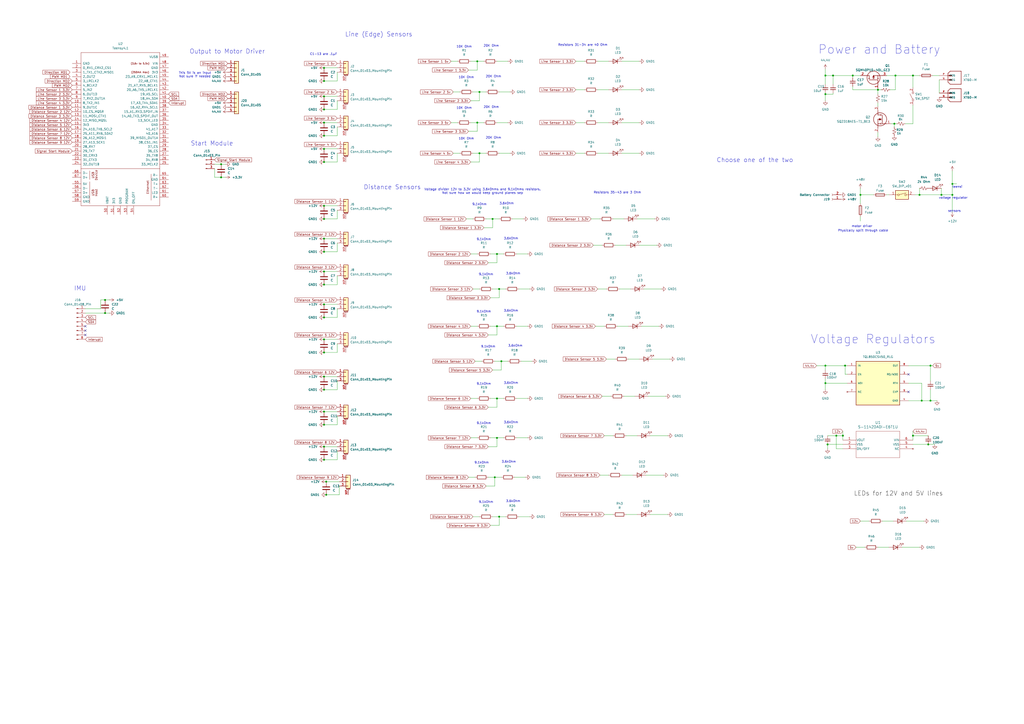
<source format=kicad_sch>
(kicad_sch (version 20231120) (generator "eeschema") (generator_version "8.0")
  (paper "A2")
  (junction (at 288.29 147.32))
  (junction (at 285.75 127))
  (junction (at 534.67 232.41))
  (junction (at 187.96 63.5))
  (junction (at 187.96 226.06))
  (junction (at 478.79 43.815))
  (junction (at 480.06 257.81))
  (junction (at 189.23 279.4))
  (junction (at 529.59 43.815))
  (junction (at 529.59 252.73))
  (junction (at 187.96 138.43))
  (junction (at 187.96 218.44))
  (junction (at 187.96 93.98))
  (junction (at 499.11 113.03))
  (junction (at 189.23 287.02))
  (junction (at 478.79 222.25))
  (junction (at 478.79 54.61))
  (junction (at 288.29 189.23))
  (junction (at 276.86 71.12))
  (junction (at 485.14 252.73))
  (junction (at 187.96 39.37))
  (junction (at 128.27 95.25))
  (junction (at 533.4 113.03))
  (junction (at 509.27 52.07))
  (junction (at 276.86 35.56))
  (junction (at 187.96 266.7))
  (junction (at 187.96 184.15))
  (junction (at 128.27 102.87))
  (junction (at 552.45 106.68))
  (junction (at 539.75 212.09))
  (junction (at 519.43 43.815))
  (junction (at 552.45 113.03))
  (junction (at 187.96 119.38))
  (junction (at 187.96 78.74))
  (junction (at 289.56 167.64))
  (junction (at 287.02 276.86))
  (junction (at 187.96 157.48))
  (junction (at 187.96 196.85))
  (junction (at 60.96 173.99))
  (junction (at 289.56 299.72))
  (junction (at 187.96 86.36))
  (junction (at 288.29 254))
  (junction (at 483.235 43.815))
  (junction (at 187.96 127))
  (junction (at 546.1 113.03))
  (junction (at 187.96 238.76))
  (junction (at 478.79 212.09))
  (junction (at 187.96 246.38))
  (junction (at 187.96 165.1))
  (junction (at 187.96 46.99))
  (junction (at 490.22 212.09))
  (junction (at 187.96 146.05))
  (junction (at 187.96 71.12))
  (junction (at 187.96 55.88))
  (junction (at 538.48 257.81))
  (junction (at 288.29 231.14))
  (junction (at 539.75 232.41))
  (junction (at 494.665 43.815))
  (junction (at 278.13 88.9))
  (junction (at 60.96 181.61))
  (junction (at 518.795 71.755))
  (junction (at 488.95 252.73))
  (junction (at 290.83 209.55))
  (junction (at 187.96 176.53))
  (junction (at 187.96 204.47))
  (junction (at 278.13 53.34))
  (junction (at 187.96 259.08))
  (no_connect (at 49.53 189.23))
  (no_connect (at 49.53 194.31))
  (no_connect (at 527.05 227.33))
  (no_connect (at 527.05 217.17))
  (no_connect (at 49.53 191.77))
  (wire (pts (xy 361.95 229.87) (xy 368.3 229.87)))
  (wire (pts (xy 288.29 147.32) (xy 288.29 152.4)))
  (wire (pts (xy 289.56 53.34) (xy 295.91 53.34)))
  (wire (pts (xy 278.13 88.9) (xy 278.13 93.98)))
  (wire (pts (xy 499.11 113.03) (xy 499.11 118.11)))
  (wire (pts (xy 58.42 173.99) (xy 58.42 179.07)))
  (wire (pts (xy 195.58 121.92) (xy 195.58 127)))
  (wire (pts (xy 483.235 43.815) (xy 478.79 43.815)))
  (wire (pts (xy 373.38 167.64) (xy 383.54 167.64)))
  (wire (pts (xy 261.62 71.12) (xy 265.43 71.12)))
  (wire (pts (xy 270.51 127) (xy 274.32 127)))
  (wire (pts (xy 273.05 35.56) (xy 276.86 35.56)))
  (wire (pts (xy 543.56 232.41) (xy 539.75 232.41)))
  (wire (pts (xy 349.25 229.87) (xy 354.33 229.87)))
  (wire (pts (xy 334.01 52.07) (xy 339.09 52.07)))
  (wire (pts (xy 494.665 43.815) (xy 494.665 45.085)))
  (wire (pts (xy 58.42 179.07) (xy 49.53 179.07)))
  (wire (pts (xy 187.96 55.88) (xy 195.58 55.88)))
  (wire (pts (xy 539.75 226.06) (xy 539.75 232.41)))
  (wire (pts (xy 372.11 189.23) (xy 382.27 189.23)))
  (wire (pts (xy 490.22 212.09) (xy 491.49 212.09)))
  (wire (pts (xy 299.72 231.14) (xy 306.07 231.14)))
  (wire (pts (xy 490.22 217.17) (xy 491.49 217.17)))
  (wire (pts (xy 275.59 209.55) (xy 279.4 209.55)))
  (wire (pts (xy 187.96 196.85) (xy 195.58 196.85)))
  (wire (pts (xy 289.56 167.64) (xy 289.56 172.72)))
  (wire (pts (xy 478.79 54.61) (xy 478.79 58.42)))
  (wire (pts (xy 278.13 53.34) (xy 278.13 58.42)))
  (wire (pts (xy 273.05 189.23) (xy 276.86 189.23)))
  (wire (pts (xy 546.1 109.22) (xy 546.1 113.03)))
  (wire (pts (xy 546.1 113.03) (xy 552.45 113.03)))
  (wire (pts (xy 276.86 35.56) (xy 280.67 35.56)))
  (wire (pts (xy 499.11 302.26) (xy 504.19 302.26)))
  (wire (pts (xy 525.78 302.26) (xy 535.94 302.26)))
  (wire (pts (xy 299.72 147.32) (xy 306.07 147.32)))
  (wire (pts (xy 509.27 317.5) (xy 515.62 317.5)))
  (wire (pts (xy 334.01 88.9) (xy 339.09 88.9)))
  (wire (pts (xy 539.75 232.41) (xy 534.67 232.41)))
  (wire (pts (xy 290.83 214.63) (xy 285.75 214.63)))
  (wire (pts (xy 284.48 147.32) (xy 288.29 147.32)))
  (wire (pts (xy 285.75 299.72) (xy 289.56 299.72)))
  (wire (pts (xy 284.48 189.23) (xy 288.29 189.23)))
  (wire (pts (xy 478.79 226.06) (xy 478.79 222.25)))
  (wire (pts (xy 128.27 95.25) (xy 124.46 95.25)))
  (wire (pts (xy 485.14 260.35) (xy 485.14 252.73)))
  (wire (pts (xy 60.96 173.99) (xy 63.5 173.99)))
  (wire (pts (xy 262.89 53.34) (xy 266.7 53.34)))
  (wire (pts (xy 499.11 125.73) (xy 499.11 128.27)))
  (wire (pts (xy 363.22 252.73) (xy 369.57 252.73)))
  (wire (pts (xy 261.62 35.56) (xy 265.43 35.56)))
  (wire (pts (xy 541.02 212.09) (xy 539.75 212.09)))
  (wire (pts (xy 541.02 43.815) (xy 544.83 43.815)))
  (wire (pts (xy 195.58 179.07) (xy 195.58 184.15)))
  (wire (pts (xy 195.58 93.98) (xy 187.96 93.98)))
  (wire (pts (xy 187.96 119.38) (xy 195.58 119.38)))
  (wire (pts (xy 288.29 236.22) (xy 283.21 236.22)))
  (wire (pts (xy 278.13 58.42) (xy 273.05 58.42)))
  (wire (pts (xy 189.23 279.4) (xy 196.85 279.4)))
  (wire (pts (xy 281.94 127) (xy 285.75 127)))
  (wire (pts (xy 488.95 252.73) (xy 488.95 255.27)))
  (wire (pts (xy 128.27 102.87) (xy 130.81 102.87)))
  (wire (pts (xy 290.83 209.55) (xy 294.64 209.55)))
  (wire (pts (xy 274.32 167.64) (xy 278.13 167.64)))
  (wire (pts (xy 300.99 167.64) (xy 307.34 167.64)))
  (wire (pts (xy 283.21 276.86) (xy 287.02 276.86)))
  (wire (pts (xy 278.13 53.34) (xy 281.94 53.34)))
  (wire (pts (xy 358.14 189.23) (xy 364.49 189.23)))
  (wire (pts (xy 494.665 43.815) (xy 483.235 43.815)))
  (wire (pts (xy 187.96 71.12) (xy 195.58 71.12)))
  (wire (pts (xy 530.86 113.03) (xy 533.4 113.03)))
  (wire (pts (xy 346.71 167.64) (xy 351.79 167.64)))
  (wire (pts (xy 288.29 194.31) (xy 283.21 194.31)))
  (wire (pts (xy 478.79 222.25) (xy 491.49 222.25)))
  (wire (pts (xy 274.32 53.34) (xy 278.13 53.34)))
  (wire (pts (xy 478.79 43.815) (xy 478.79 40.005)))
  (wire (pts (xy 195.58 140.97) (xy 195.58 146.05)))
  (wire (pts (xy 363.22 298.45) (xy 369.57 298.45)))
  (wire (pts (xy 478.79 53.975) (xy 478.79 54.61)))
  (wire (pts (xy 195.58 73.66) (xy 195.58 78.74)))
  (wire (pts (xy 514.35 113.03) (xy 515.62 113.03)))
  (wire (pts (xy 288.29 189.23) (xy 292.1 189.23)))
  (wire (pts (xy 289.56 167.64) (xy 293.37 167.64)))
  (wire (pts (xy 514.35 43.815) (xy 519.43 43.815)))
  (wire (pts (xy 60.96 173.99) (xy 58.42 173.99)))
  (wire (pts (xy 346.71 71.12) (xy 353.06 71.12)))
  (wire (pts (xy 285.75 127) (xy 285.75 132.08)))
  (wire (pts (xy 288.29 254) (xy 288.29 259.08)))
  (wire (pts (xy 552.45 106.68) (xy 554.99 106.68)))
  (wire (pts (xy 499.11 113.03) (xy 506.73 113.03)))
  (wire (pts (xy 187.96 39.37) (xy 195.58 39.37)))
  (wire (pts (xy 478.79 212.09) (xy 478.79 214.63)))
  (wire (pts (xy 494.665 52.07) (xy 509.27 52.07)))
  (wire (pts (xy 347.98 275.59) (xy 353.06 275.59)))
  (wire (pts (xy 196.85 281.94) (xy 196.85 287.02)))
  (wire (pts (xy 529.59 71.755) (xy 529.59 60.96)))
  (wire (pts (xy 374.65 275.59) (xy 384.81 275.59)))
  (wire (pts (xy 525.145 71.755) (xy 529.59 71.755)))
  (wire (pts (xy 478.79 222.25) (xy 478.79 219.71)))
  (wire (pts (xy 346.71 52.07) (xy 353.06 52.07)))
  (wire (pts (xy 299.72 254) (xy 306.07 254)))
  (wire (pts (xy 289.56 304.8) (xy 284.48 304.8)))
  (wire (pts (xy 529.59 252.73) (xy 538.48 252.73)))
  (wire (pts (xy 195.58 246.38) (xy 187.96 246.38)))
  (wire (pts (xy 187.96 176.53) (xy 195.58 176.53)))
  (wire (pts (xy 529.59 50.8) (xy 529.59 43.815)))
  (wire (pts (xy 288.29 254) (xy 292.1 254)))
  (wire (pts (xy 499.11 109.22) (xy 499.11 113.03)))
  (wire (pts (xy 273.05 254) (xy 276.86 254)))
  (wire (pts (xy 350.52 252.73) (xy 355.6 252.73)))
  (wire (pts (xy 124.46 97.79) (xy 124.46 102.87)))
  (wire (pts (xy 539.75 212.09) (xy 539.75 220.98)))
  (wire (pts (xy 345.44 189.23) (xy 350.52 189.23)))
  (wire (pts (xy 196.85 287.02) (xy 189.23 287.02)))
  (wire (pts (xy 287.02 276.86) (xy 287.02 281.94)))
  (wire (pts (xy 359.41 167.64) (xy 365.76 167.64)))
  (wire (pts (xy 355.6 127) (xy 361.95 127)))
  (wire (pts (xy 351.79 208.28) (xy 356.87 208.28)))
  (wire (pts (xy 299.72 189.23) (xy 306.07 189.23)))
  (wire (pts (xy 60.96 181.61) (xy 49.53 181.61)))
  (wire (pts (xy 529.59 250.19) (xy 529.59 252.73)))
  (wire (pts (xy 63.5 181.61) (xy 60.96 181.61)))
  (wire (pts (xy 274.32 88.9) (xy 278.13 88.9)))
  (wire (pts (xy 287.02 276.86) (xy 290.83 276.86)))
  (wire (pts (xy 360.68 275.59) (xy 367.03 275.59)))
  (wire (pts (xy 527.05 222.25) (xy 534.67 222.25)))
  (wire (pts (xy 534.67 232.41) (xy 527.05 232.41)))
  (wire (pts (xy 483.235 54.61) (xy 478.79 54.61)))
  (wire (pts (xy 490.22 212.09) (xy 490.22 217.17)))
  (wire (pts (xy 195.58 63.5) (xy 187.96 63.5)))
  (wire (pts (xy 529.59 257.81) (xy 538.48 257.81)))
  (wire (pts (xy 195.58 204.47) (xy 187.96 204.47)))
  (wire (pts (xy 195.58 266.7) (xy 187.96 266.7)))
  (wire (pts (xy 519.43 43.815) (xy 529.59 43.815)))
  (wire (pts (xy 195.58 220.98) (xy 195.58 226.06)))
  (wire (pts (xy 378.46 208.28) (xy 388.62 208.28)))
  (wire (pts (xy 533.4 109.22) (xy 533.4 113.03)))
  (wire (pts (xy 370.84 142.24) (xy 381 142.24)))
  (wire (pts (xy 529.59 43.815) (xy 533.4 43.815)))
  (wire (pts (xy 262.89 88.9) (xy 266.7 88.9)))
  (wire (pts (xy 284.48 231.14) (xy 288.29 231.14)))
  (wire (pts (xy 289.56 299.72) (xy 289.56 304.8)))
  (wire (pts (xy 124.46 102.87) (xy 128.27 102.87)))
  (wire (pts (xy 360.68 88.9) (xy 370.84 88.9)))
  (wire (pts (xy 288.29 147.32) (xy 292.1 147.32)))
  (wire (pts (xy 369.57 127) (xy 379.73 127)))
  (wire (pts (xy 288.29 189.23) (xy 288.29 194.31)))
  (wire (pts (xy 488.95 260.35) (xy 485.14 260.35)))
  (wire (pts (xy 195.58 46.99) (xy 187.96 46.99)))
  (wire (pts (xy 377.19 298.45) (xy 387.35 298.45)))
  (wire (pts (xy 187.96 86.36) (xy 195.58 86.36)))
  (wire (pts (xy 509.27 52.07) (xy 509.27 54.61)))
  (wire (pts (xy 274.32 299.72) (xy 278.13 299.72)))
  (wire (pts (xy 516.255 52.07) (xy 519.43 52.07)))
  (wire (pts (xy 552.45 106.68) (xy 552.45 113.03)))
  (wire (pts (xy 289.56 88.9) (xy 295.91 88.9)))
  (wire (pts (xy 346.71 35.56) (xy 353.06 35.56)))
  (wire (pts (xy 485.14 252.73) (xy 480.06 252.73)))
  (wire (pts (xy 278.13 93.98) (xy 273.05 93.98)))
  (wire (pts (xy 195.58 41.91) (xy 195.58 46.99)))
  (wire (pts (xy 288.29 259.08) (xy 283.21 259.08)))
  (wire (pts (xy 360.68 52.07) (xy 370.84 52.07)))
  (wire (pts (xy 288.29 152.4) (xy 283.21 152.4)))
  (wire (pts (xy 539.75 212.09) (xy 527.05 212.09)))
  (wire (pts (xy 302.26 209.55) (xy 308.61 209.55)))
  (wire (pts (xy 529.59 252.73) (xy 529.59 255.27)))
  (wire (pts (xy 273.05 231.14) (xy 276.86 231.14)))
  (wire (pts (xy 278.13 88.9) (xy 281.94 88.9)))
  (wire (pts (xy 187.96 157.48) (xy 195.58 157.48)))
  (wire (pts (xy 377.19 252.73) (xy 387.35 252.73)))
  (wire (pts (xy 496.57 317.5) (xy 501.65 317.5)))
  (wire (pts (xy 342.9 127) (xy 347.98 127)))
  (wire (pts (xy 478.79 212.09) (xy 490.22 212.09)))
  (wire (pts (xy 360.68 71.12) (xy 370.84 71.12)))
  (wire (pts (xy 287.02 281.94) (xy 281.94 281.94)))
  (wire (pts (xy 483.235 43.815) (xy 483.235 48.895)))
  (wire (pts (xy 483.235 53.975) (xy 483.235 54.61)))
  (wire (pts (xy 187.96 138.43) (xy 195.58 138.43)))
  (wire (pts (xy 344.17 142.24) (xy 349.25 142.24)))
  (wire (pts (xy 285.75 167.64) (xy 289.56 167.64)))
  (wire (pts (xy 519.43 52.07) (xy 519.43 43.815)))
  (wire (pts (xy 288.29 71.12) (xy 294.64 71.12)))
  (wire (pts (xy 480.06 260.35) (xy 480.06 257.81)))
  (wire (pts (xy 187.96 238.76) (xy 195.58 238.76)))
  (wire (pts (xy 297.18 127) (xy 303.53 127)))
  (wire (pts (xy 285.75 132.08) (xy 280.67 132.08)))
  (wire (pts (xy 195.58 199.39) (xy 195.58 204.47)))
  (wire (pts (xy 478.79 48.895) (xy 478.79 43.815)))
  (wire (pts (xy 494.665 50.165) (xy 494.665 52.07)))
  (wire (pts (xy 289.56 299.72) (xy 293.37 299.72)))
  (wire (pts (xy 350.52 298.45) (xy 355.6 298.45)))
  (wire (pts (xy 187.96 218.44) (xy 195.58 218.44)))
  (wire (pts (xy 195.58 146.05) (xy 187.96 146.05)))
  (wire (pts (xy 288.29 231.14) (xy 292.1 231.14)))
  (wire (pts (xy 195.58 184.15) (xy 187.96 184.15)))
  (wire (pts (xy 195.58 88.9) (xy 195.58 93.98)))
  (wire (pts (xy 518.795 71.755) (xy 518.795 73.66)))
  (wire (pts (xy 271.78 276.86) (xy 275.59 276.86)))
  (wire (pts (xy 360.68 35.56) (xy 370.84 35.56)))
  (wire (pts (xy 300.99 299.72) (xy 307.34 299.72)))
  (wire (pts (xy 533.4 113.03) (xy 546.1 113.03)))
  (wire (pts (xy 499.11 43.815) (xy 494.665 43.815)))
  (wire (pts (xy 509.27 59.69) (xy 509.27 61.595)))
  (wire (pts (xy 346.71 88.9) (xy 353.06 88.9)))
  (wire (pts (xy 195.58 78.74) (xy 187.96 78.74)))
  (wire (pts (xy 195.58 165.1) (xy 187.96 165.1)))
  (wire (pts (xy 488.95 252.73) (xy 485.14 252.73)))
  (wire (pts (xy 289.56 172.72) (xy 284.48 172.72)))
  (wire (pts (xy 276.86 35.56) (xy 276.86 40.64)))
  (wire (pts (xy 534.67 222.25) (xy 534.67 232.41)))
  (wire (pts (xy 195.58 160.02) (xy 195.58 165.1)))
  (wire (pts (xy 288.29 35.56) (xy 294.64 35.56)))
  (wire (pts (xy 298.45 276.86) (xy 304.8 276.86)))
  (wire (pts (xy 480.06 257.81) (xy 488.95 257.81)))
  (wire (pts (xy 195.58 226.06) (xy 187.96 226.06)))
  (wire (pts (xy 195.58 261.62) (xy 195.58 266.7)))
  (wire (pts (xy 552.45 99.06) (xy 552.45 106.68)))
  (wire (pts (xy 276.86 71.12) (xy 276.86 76.2)))
  (wire (pts (xy 488.95 250.19) (xy 488.95 252.73)))
  (wire (pts (xy 544.83 46.355) (xy 544.83 53.975)))
  (wire (pts (xy 538.48 257.81) (xy 542.29 257.81)))
  (wire (pts (xy 509.27 52.07) (xy 511.175 52.07)))
  (wire (pts (xy 187.96 259.08) (xy 195.58 259.08)))
  (wire (pts (xy 509.27 51.435) (xy 509.27 52.07)))
  (wire (pts (xy 128.27 95.25) (xy 130.81 95.25)))
  (wire (pts (xy 195.58 127) (xy 187.96 127)))
  (wire (pts (xy 552.45 113.03) (xy 552.45 123.19)))
  (wire (pts (xy 195.58 241.3) (xy 195.58 246.38)))
  (wire (pts (xy 511.81 302.26) (xy 518.16 302.26)))
  (wire (pts (xy 195.58 58.42) (xy 195.58 63.5)))
  (wire (pts (xy 276.86 71.12) (xy 280.67 71.12)))
  (wire (pts (xy 334.01 35.56) (xy 339.09 35.56)))
  (wire (pts (xy 276.86 40.64) (xy 271.78 40.64)))
  (wire (pts (xy 516.89 71.755) (xy 518.795 71.755)))
  (wire (pts (xy 375.92 229.87) (xy 386.08 229.87)))
  (wire (pts (xy 356.87 142.24) (xy 363.22 142.24)))
  (wire (pts (xy 287.02 209.55) (xy 290.83 209.55)))
  (wire (pts (xy 518.795 71.755) (xy 520.065 71.755)))
  (wire (pts (xy 276.86 76.2) (xy 271.78 76.2)))
  (wire (pts (xy 273.05 147.32) (xy 276.86 147.32)))
  (wire (pts (xy 273.05 71.12) (xy 276.86 71.12)))
  (wire (pts (xy 284.48 254) (xy 288.29 254)))
  (wire (pts (xy 285.75 127) (xy 289.56 127)))
  (wire (pts (xy 290.83 209.55) (xy 290.83 214.63)))
  (wire (pts (xy 334.01 71.12) (xy 339.09 71.12)))
  (wire (pts (xy 509.27 76.835) (xy 509.27 79.375)))
  (wire (pts (xy 288.29 231.14) (xy 288.29 236.22)))
  (wire (pts (xy 523.24 317.5) (xy 533.4 317.5)))
  (wire (pts (xy 364.49 208.28) (xy 370.84 208.28)))
  (wire (pts (xy 473.71 212.09) (xy 478.79 212.09)))
  (text "Resistors 31-34 are 40 Ohm" (at 338.074 26.162 0) (effects (font (size 1.27 1.27))))
  (text "Output to Motor Driver" (at 131.826 29.972 0) (effects (font (size 2.54 2.54))))
  (text "This 5V is an input\nNot sure if needed" (at 113.03 43.434 0) (effects (font (size 1.27 1.27))))
  (text "3.6kOhm" (at 296.418 138.43 0) (effects (font (size 1.27 1.27))))
  (text "teensi\n" (at 552.45 109.22 0) (effects (font (size 1.27 1.27)) (justify left bottom)))
  (text "9.1kOhm" (at 280.67 245.618 0) (effects (font (size 1.27 1.27))))
  (text "20K Ohm" (at 284.988 26.67 0) (effects (font (size 1.27 1.27))))
  (text "Power and Battery\n" (at 510.032 28.829 0) (effects (font (size 5.08 5.08))))
  (text "Resistors 35-43 are 3 Ohm" (at 358.14 111.76 0) (effects (font (size 1.27 1.27))))
  (text "9.1kOhm" (at 283.21 201.168 0) (effects (font (size 1.27 1.27))))
  (text "3.6kOhm" (at 293.878 118.11 0) (effects (font (size 1.27 1.27))))
  (text "9.1kOhm" (at 280.67 180.848 0) (effects (font (size 1.27 1.27))))
  (text "motor driver" (at 494.03 132.08 0) (effects (font (size 1.27 1.27)) (justify left bottom)))
  (text "9.1kOhm" (at 281.94 291.338 0) (effects (font (size 1.27 1.27))))
  (text "3.6kOhm" (at 297.688 290.83 0) (effects (font (size 1.27 1.27))))
  (text "3.6kOhm" (at 297.688 158.75 0) (effects (font (size 1.27 1.27))))
  (text "9.1kOhm" (at 278.13 118.618 0) (effects (font (size 1.27 1.27))))
  (text "Start Module" (at 122.936 83.312 0) (effects (font (size 2.54 2.54))))
  (text "3.6kOhm" (at 296.418 180.34 0) (effects (font (size 1.27 1.27))))
  (text "Voltage Regulators" (at 506.476 196.85 0) (effects (font (size 5.08 5.08))))
  (text "9.1kOhm" (at 280.67 222.758 0) (effects (font (size 1.27 1.27))))
  (text "IMU" (at 46.482 167.386 0) (effects (font (size 2.54 2.54))))
  (text "9.1kOhm" (at 280.67 138.938 0) (effects (font (size 1.27 1.27))))
  (text "10K Ohm" (at 269.24 27.178 0) (effects (font (size 1.27 1.27))))
  (text "10K Ohm" (at 270.51 80.518 0) (effects (font (size 1.27 1.27))))
  (text "Distance Sensors" (at 227.584 108.712 0) (effects (font (size 2.54 2.54))))
  (text "C1-13 are .1µF" (at 187.706 31.496 0) (effects (font (size 1.27 1.27))))
  (text "10K Ohm" (at 269.24 62.738 0) (effects (font (size 1.27 1.27))))
  (text "3.6kOhm" (at 295.148 267.97 0) (effects (font (size 1.27 1.27))))
  (text "20K Ohm" (at 286.258 44.45 0) (effects (font (size 1.27 1.27))))
  (text "20K Ohm" (at 286.258 80.01 0) (effects (font (size 1.27 1.27))))
  (text "Voltage divider 12V to 3.3V using 3.6kOhms and 9.1kOhms resistors.\nNot sure how we would keep ground planes sep" (at 279.908 110.998 0) (effects (font (size 1.27 1.27))))
  (text "20K Ohm" (at 284.988 62.23 0) (effects (font (size 1.27 1.27))))
  (text "3.6kOhm" (at 298.958 200.66 0) (effects (font (size 1.27 1.27))))
  (text "10K Ohm" (at 270.51 44.958 0) (effects (font (size 1.27 1.27))))
  (text "voltage regulator\n" (at 544.576 115.57 0) (effects (font (size 1.27 1.27)) (justify left bottom)))
  (text "9.1kOhm" (at 279.4 268.478 0) (effects (font (size 1.27 1.27))))
  (text "Line (Edge) Sensors" (at 219.71 20.066 0) (effects (font (size 2.54 2.54))))
  (text "sensors" (at 549.91 123.19 0) (effects (font (size 1.27 1.27)) (justify left bottom)))
  (text "Physically split through cable" (at 500.634 133.858 0) (effects (font (size 1.27 1.27))))
  (text "9.1kOhm" (at 281.94 159.258 0) (effects (font (size 1.27 1.27))))
  (text "3.6kOhm" (at 296.418 245.11 0) (effects (font (size 1.27 1.27))))
  (text "3.6kOhm" (at 296.418 222.25 0) (effects (font (size 1.27 1.27))))
  (text "Choose one of the two" (at 437.896 92.964 0) (effects (font (size 2.54 2.54))))
  (label "LEDs for 12V and 5V lines" (at 495.3 288.29 0) (effects (font (size 2.54 2.54))))
  (global_label "Distance Sensor 9 3.3V" (shape input) (at 284.48 304.8 180) (property "Intersheetrefs" "${INTERSHEET_REFS}" (effects (hide yes))))
  (global_label "Line Sensor 2 3.3V" (shape input) (at 41.91 54.61 180) (property "Intersheetrefs" "${INTERSHEET_REFS}" (effects (hide yes))))
  (global_label "44.4v" (shape input) (at 473.71 212.09 180) (property "Intersheetrefs" "${INTERSHEET_REFS}" (effects (hide yes))))
  (global_label "Distance Sensor 2 3.3V" (shape input) (at 344.17 142.24 180) (property "Intersheetrefs" "${INTERSHEET_REFS}" (effects (hide yes))))
  (global_label "Distance Sensor 4 3.3V" (shape input) (at 283.21 194.31 180) (property "Intersheetrefs" "${INTERSHEET_REFS}" (effects (hide yes))))
  (global_label "Distance Sensor 7 12V" (shape input) (at 41.91 77.47 180) (property "Intersheetrefs" "${INTERSHEET_REFS}" (effects (hide yes))))
  (global_label "Direction MD2" (shape input) (at 41.91 46.99 180) (property "Intersheetrefs" "${INTERSHEET_REFS}" (effects (hide yes))))
  (global_label "Distance Sensor 3 3.3V" (shape input) (at 284.48 172.72 180) (property "Intersheetrefs" "${INTERSHEET_REFS}" (effects (hide yes))))
  (global_label "Distance Sensor 4 12V" (shape input) (at 273.05 189.23 180) (property "Intersheetrefs" "${INTERSHEET_REFS}" (effects (hide yes))))
  (global_label "Line Sensor 4 5v" (shape input) (at 195.58 83.82 180) (property "Intersheetrefs" "${INTERSHEET_REFS}" (effects (hide yes))))
  (global_label "12v" (shape input) (at 499.11 302.26 180) (property "Intersheetrefs" "${INTERSHEET_REFS}" (effects (hide yes))))
  (global_label "Direction MD2" (shape input) (at 132.08 54.61 180) (property "Intersheetrefs" "${INTERSHEET_REFS}" (effects (hide yes))))
  (global_label "Line Sensor 4 3.3V" (shape input) (at 334.01 88.9 180) (property "Intersheetrefs" "${INTERSHEET_REFS}" (effects (hide yes))))
  (global_label "Distance Sensor 1 3.3V" (shape input) (at 342.9 127 180) (property "Intersheetrefs" "${INTERSHEET_REFS}" (effects (hide yes))))
  (global_label "Distance Sensor 2 3.3V" (shape input) (at 283.21 152.4 180) (property "Intersheetrefs" "${INTERSHEET_REFS}" (effects (hide yes))))
  (global_label "Distance Sensor 2 12V" (shape input) (at 273.05 147.32 180) (property "Intersheetrefs" "${INTERSHEET_REFS}" (effects (hide yes))))
  (global_label "Line Sensor 3 3.3V" (shape input) (at 271.78 76.2 180) (property "Intersheetrefs" "${INTERSHEET_REFS}" (effects (hide yes))))
  (global_label "SDA" (shape input) (at 97.79 57.15 0) (property "Intersheetrefs" "${INTERSHEET_REFS}" (effects (hide yes))))
  (global_label "SCL" (shape input) (at 49.53 184.15 0) (property "Intersheetrefs" "${INTERSHEET_REFS}" (effects (hide yes))))
  (global_label "PWM MD2" (shape input) (at 41.91 49.53 180) (property "Intersheetrefs" "${INTERSHEET_REFS}" (effects (hide yes))))
  (global_label "Distance Sensor 1 3.3V" (shape input) (at 280.67 132.08 180) (property "Intersheetrefs" "${INTERSHEET_REFS}" (effects (hide yes))))
  (global_label "Line Sensor 1 3.3V" (shape input) (at 41.91 52.07 180) (property "Intersheetrefs" "${INTERSHEET_REFS}" (effects (hide yes))))
  (global_label "Line Sensor 3 3.3V" (shape input) (at 41.91 57.15 180) (property "Intersheetrefs" "${INTERSHEET_REFS}" (effects (hide yes))))
  (global_label "PWM MD2" (shape input) (at 132.08 57.15 180) (property "Intersheetrefs" "${INTERSHEET_REFS}" (effects (hide yes))))
  (global_label "Interupt" (shape input) (at 97.79 59.69 0) (property "Intersheetrefs" "${INTERSHEET_REFS}" (effects (hide yes))))
  (global_label "Distance Sensor 9 3.3V" (shape input) (at 350.52 298.45 180) (property "Intersheetrefs" "${INTERSHEET_REFS}" (effects (hide yes))))
  (global_label "Distance Sensor 5 12V" (shape input) (at 41.91 72.39 180) (property "Intersheetrefs" "${INTERSHEET_REFS}" (effects (hide yes))))
  (global_label "Line Sensor 1 5v" (shape input) (at 195.58 36.83 180) (property "Intersheetrefs" "${INTERSHEET_REFS}" (effects (hide yes))))
  (global_label "5v" (shape input) (at 496.57 317.5 180) (property "Intersheetrefs" "${INTERSHEET_REFS}" (effects (hide yes))))
  (global_label "Distance Sensor 9 12V" (shape input) (at 196.85 276.86 180) (property "Intersheetrefs" "${INTERSHEET_REFS}" (effects (hide yes))))
  (global_label "Distance Sensor 9 12V" (shape input) (at 41.91 82.55 180) (property "Intersheetrefs" "${INTERSHEET_REFS}" (effects (hide yes))))
  (global_label "Distance Sensor 8 3.3V" (shape input) (at 347.98 275.59 180) (property "Intersheetrefs" "${INTERSHEET_REFS}" (effects (hide yes))))
  (global_label "Distance Sensor 8 3.3V" (shape input) (at 281.94 281.94 180) (property "Intersheetrefs" "${INTERSHEET_REFS}" (effects (hide yes))))
  (global_label "Line Sensor 3 3.3V" (shape input) (at 334.01 71.12 180) (property "Intersheetrefs" "${INTERSHEET_REFS}" (effects (hide yes))))
  (global_label "Line Sensor 4 3.3V" (shape input) (at 41.91 59.69 180) (property "Intersheetrefs" "${INTERSHEET_REFS}" (effects (hide yes))))
  (global_label "Distance Sensor 7 3.3V" (shape input) (at 350.52 252.73 180) (property "Intersheetrefs" "${INTERSHEET_REFS}" (effects (hide yes))))
  (global_label "Distance Sensor 6 12V" (shape input) (at 273.05 231.14 180) (property "Intersheetrefs" "${INTERSHEET_REFS}" (effects (hide yes))))
  (global_label "Distance Sensor 7 12V" (shape input) (at 195.58 236.22 180) (property "Intersheetrefs" "${INTERSHEET_REFS}" (effects (hide yes))))
  (global_label "Line Sensor 4 5v" (shape input) (at 262.89 88.9 180) (property "Intersheetrefs" "${INTERSHEET_REFS}" (effects (hide yes))))
  (global_label "Line Sensor 2 3.3V" (shape input) (at 334.01 52.07 180) (property "Intersheetrefs" "${INTERSHEET_REFS}" (effects (hide yes))))
  (global_label "Distance Sensor 3 3.3V" (shape input) (at 346.71 167.64 180) (property "Intersheetrefs" "${INTERSHEET_REFS}" (effects (hide yes))))
  (global_label "Distance Sensor 6 12V" (shape input) (at 41.91 74.93 180) (property "Intersheetrefs" "${INTERSHEET_REFS}" (effects (hide yes))))
  (global_label "Distance Sensor 2 12V" (shape input) (at 41.91 64.77 180) (property "Intersheetrefs" "${INTERSHEET_REFS}" (effects (hide yes))))
  (global_label "PWM MD1" (shape input) (at 132.08 39.37 180) (property "Intersheetrefs" "${INTERSHEET_REFS}" (effects (hide yes))))
  (global_label "Distance Sensor 1 12V" (shape input) (at 270.51 127 180) (property "Intersheetrefs" "${INTERSHEET_REFS}" (effects (hide yes))))
  (global_label "Line Sensor 2 5v" (shape input) (at 195.58 53.34 180) (property "Intersheetrefs" "${INTERSHEET_REFS}" (effects (hide yes))))
  (global_label "Distance Sensor 8 12V" (shape input) (at 271.78 276.86 180) (property "Intersheetrefs" "${INTERSHEET_REFS}" (effects (hide yes))))
  (global_label "Distance Sensor 3 12V" (shape input) (at 274.32 167.64 180) (property "Intersheetrefs" "${INTERSHEET_REFS}" (effects (hide yes))))
  (global_label "Line Sensor 4 3.3V" (shape input) (at 273.05 93.98 180) (property "Intersheetrefs" "${INTERSHEET_REFS}" (effects (hide yes))))
  (global_label "Distance Sensor 8 12V" (shape input) (at 41.91 80.01 180) (property "Intersheetrefs" "${INTERSHEET_REFS}" (effects (hide yes))))
  (global_label "Distance Sensor 4 3.3V" (shape input) (at 345.44 189.23 180) (property "Intersheetrefs" "${INTERSHEET_REFS}" (effects (hide yes))))
  (global_label "44.4v" (shape input) (at 529.59 250.19 0) (property "Intersheetrefs" "${INTERSHEET_REFS}" (effects (hide yes))))
  (global_label "Line Sensor 1 5v" (shape input) (at 261.62 35.56 180) (property "Intersheetrefs" "${INTERSHEET_REFS}" (effects (hide yes))))
  (global_label "Line Sensor 1 3.3V" (shape input) (at 271.78 40.64 180) (property "Intersheetrefs" "${INTERSHEET_REFS}" (effects (hide yes))))
  (global_label "Distance Sensor 9 12V" (shape input) (at 274.32 299.72 180) (property "Intersheetrefs" "${INTERSHEET_REFS}" (effects (hide yes))))
  (global_label "Interupt" (shape input) (at 49.53 196.85 0) (property "Intersheetrefs" "${INTERSHEET_REFS}" (effects (hide yes))))
  (global_label "Distance Sensor 3 12V" (shape input) (at 195.58 154.94 180) (property "Intersheetrefs" "${INTERSHEET_REFS}" (effects (hide yes))))
  (global_label "Distance Sensor 7 12V" (shape input) (at 273.05 254 180) (property "Intersheetrefs" "${INTERSHEET_REFS}" (effects (hide yes))))
  (global_label "Distance Sensor 5 3.3V" (shape input) (at 351.79 208.28 180) (property "Intersheetrefs" "${INTERSHEET_REFS}" (effects (hide yes))))
  (global_label "Distance Sensor 5 12V" (shape input) (at 275.59 209.55 180) (property "Intersheetrefs" "${INTERSHEET_REFS}" (effects (hide yes))))
  (global_label "SDA" (shape input) (at 49.53 186.69 0) (property "Intersheetrefs" "${INTERSHEET_REFS}" (effects (hide yes))))
  (global_label "Signal Start Module" (shape input) (at 41.91 87.63 180) (property "Intersheetrefs" "${INTERSHEET_REFS}" (effects (hide yes))))
  (global_label "Line Sensor 3 5v" (shape input) (at 195.58 68.58 180) (property "Intersheetrefs" "${INTERSHEET_REFS}" (effects (hide yes))))
  (global_label "SCL" (shape input) (at 97.79 54.61 0) (property "Intersheetrefs" "${INTERSHEET_REFS}" (effects (hide yes))))
  (global_label "Distance Sensor 5 12V" (shape input) (at 195.58 194.31 180) (property "Intersheetrefs" "${INTERSHEET_REFS}" (effects (hide yes))))
  (global_label "12v" (shape input) (at 488.95 250.19 180) (property "Intersheetrefs" "${INTERSHEET_REFS}" (effects (hide yes))))
  (global_label "Line Sensor 2 3.3V" (shape input) (at 273.05 58.42 180) (property "Intersheetrefs" "${INTERSHEET_REFS}" (effects (hide yes))))
  (global_label "Distance Sensor 1 12V" (shape input) (at 195.58 116.84 180) (property "Intersheetrefs" "${INTERSHEET_REFS}" (effects (hide yes))))
  (global_label "Distance Sensor 7 3.3V" (shape input) (at 283.21 259.08 180) (property "Intersheetrefs" "${INTERSHEET_REFS}" (effects (hide yes))))
  (global_label "Distance Sensor 5 3.3V" (shape input) (at 285.75 214.63 180) (property "Intersheetrefs" "${INTERSHEET_REFS}" (effects (hide yes))))
  (global_label "5v" (shape input) (at 541.02 212.09 0) (property "Intersheetrefs" "${INTERSHEET_REFS}" (effects (hide yes))))
  (global_label "Line Sensor 1 3.3V" (shape input) (at 334.01 35.56 180) (property "Intersheetrefs" "${INTERSHEET_REFS}" (effects (hide yes))))
  (global_label "Distance Sensor 4 12V" (shape input) (at 195.58 173.99 180) (property "Intersheetrefs" "${INTERSHEET_REFS}" (effects (hide yes))))
  (global_label "Distance Sensor 6 3.3V" (shape input) (at 283.21 236.22 180) (property "Intersheetrefs" "${INTERSHEET_REFS}" (effects (hide yes))))
  (global_label "Direction MD1" (shape input) (at 40.64 41.91 180) (property "Intersheetrefs" "${INTERSHEET_REFS}" (effects (hide yes))))
  (global_label "Distance Sensor 1 3.3V" (shape input) (at 41.91 62.23 180) (property "Intersheetrefs" "${INTERSHEET_REFS}" (effects (hide yes))))
  (global_label "Distance Sensor 4 12V" (shape input) (at 41.91 69.85 180) (property "Intersheetrefs" "${INTERSHEET_REFS}" (effects (hide yes))))
  (global_label "Direction MD1" (shape input) (at 132.08 36.83 180) (property "Intersheetrefs" "${INTERSHEET_REFS}" (effects (hide yes))))
  (global_label "Distance Sensor 3 3.3V" (shape input) (at 41.91 67.31 180) (property "Intersheetrefs" "${INTERSHEET_REFS}" (effects (hide yes))))
  (global_label "Distance Sensor 6 12V" (shape input) (at 195.58 215.9 180) (property "Intersheetrefs" "${INTERSHEET_REFS}" (effects (hide yes))))
  (global_label "Distance Sensor 8 12V" (shape input) (at 195.58 256.54 180) (property "Intersheetrefs" "${INTERSHEET_REFS}" (effects (hide yes))))
  (global_label "Distance Sensor 2 12V" (shape input) (at 195.58 135.89 180) (property "Intersheetrefs" "${INTERSHEET_REFS}" (effects (hide yes))))
  (global_label "Signal Start Module" (shape input) (at 124.46 92.71 0) (property "Intersheetrefs" "${INTERSHEET_REFS}" (effects (hide yes))))
  (global_label "Line Sensor 2 5v" (shape input) (at 262.89 53.34 180) (property "Intersheetrefs" "${INTERSHEET_REFS}" (effects (hide yes))))
  (global_label "Distance Sensor 6 3.3V" (shape input) (at 349.25 229.87 180) (property "Intersheetrefs" "${INTERSHEET_REFS}" (effects (hide yes))))
  (global_label "Line Sensor 3 5v" (shape input) (at 261.62 71.12 180) (property "Intersheetrefs" "${INTERSHEET_REFS}" (effects (hide yes))))
  (global_label "PWM MD1" (shape input) (at 40.64 44.45 180) (property "Intersheetrefs" "${INTERSHEET_REFS}" (effects (hide yes))))
  (symbol (lib_id "Device:C") (at 128.27 99.06 180) (unit 1)
    (property "Reference" "C14" (at 132.08 97.7899 0) (effects (justify right)))
    (property "Value" "C" (at 132.08 100.3299 0) (effects (justify right)))
    (property "Description" "Unpolarized capacitor" (effects (hide yes)))
  )
  (symbol (lib_id "Connector_Generic_MountingPin:Conn_01x03_MountingPin") (at 201.93 279.4 0) (unit 1)
    (property "Reference" "J14" (at 204.47 278.4855 0) (effects (justify left)))
    (property "Value" "Conn_01x03_MountingPin" (at 204.47 281.0255 0) (effects (justify left)))
    (property "Description" "Generic connectable mounting pin connector, single row, 01x03, script generated (kicad-library-utils/schlib/autogen/connector/)" (effects (hide yes)))
  )
  (symbol (lib_id "power:+12V") (at 187.96 238.76 90) (unit 1)
    (property "Reference" "#PWR027" (effects (hide yes)))
    (property "Value" "+12V" (at 184.15 238.7599 90) (effects (justify left)))
    (property "Description" "Power symbol creates a global label with name \"+12V\"" (effects (hide yes)))
  )
  (symbol (lib_id "power:GND1") (at 379.73 127 90) (unit 1)
    (property "Reference" "#PWR063" (effects (hide yes)))
    (property "Value" "GND1" (at 383.54 126.9999 90) (effects (justify right)))
    (property "Description" "Power symbol creates a global label with name \"GND1\" , ground" (effects (hide yes)))
  )
  (symbol (lib_id "power:GND1") (at 295.91 88.9 90) (unit 1)
    (property "Reference" "#PWR014" (effects (hide yes)))
    (property "Value" "GND1" (at 299.72 88.8999 90) (effects (justify right)))
    (property "Description" "Power symbol creates a global label with name \"GND1\" , ground" (effects (hide yes)))
  )
  (symbol (lib_id "power:GND1") (at 386.08 229.87 90) (unit 1)
    (property "Reference" "#PWR068" (effects (hide yes)))
    (property "Value" "GND1" (at 389.89 229.8699 90) (effects (justify right)))
    (property "Description" "Power symbol creates a global label with name \"GND1\" , ground" (effects (hide yes)))
  )
  (symbol (lib_id "power:GND") (at 542.29 257.81 0) (unit 1)
    (property "Reference" "#PWR057" (effects (hide yes)))
    (property "Value" "GND" (at 542.29 262.89 0))
    (property "Description" "Power symbol creates a global label with name \"GND\" , ground" (effects (hide yes)))
  )
  (symbol (lib_id "power:GND1") (at 384.81 275.59 90) (unit 1)
    (property "Reference" "#PWR070" (effects (hide yes)))
    (property "Value" "GND1" (at 388.62 275.5899 90) (effects (justify right)))
    (property "Description" "Power symbol creates a global label with name \"GND1\" , ground" (effects (hide yes)))
  )
  (symbol (lib_id "Connector_Generic_MountingPin:Conn_01x03_MountingPin") (at 200.66 71.12 0) (unit 1)
    (property "Reference" "J4" (at 203.2 70.2055 0) (effects (justify left)))
    (property "Value" "Conn_01x03_MountingPin" (at 203.2 72.7455 0) (effects (justify left)))
    (property "Description" "Generic connectable mounting pin connector, single row, 01x03, script generated (kicad-library-utils/schlib/autogen/connector/)" (effects (hide yes)))
  )
  (symbol (lib_id "Device:C_Small") (at 478.79 217.17 0) (unit 1)
    (property "Reference" "C18" (at 481.076 216.916 0) (effects (justify left)))
    (property "Value" "100nF" (at 479.552 218.948 0) (effects (justify left)))
    (property "Description" "Unpolarized capacitor, small symbol" (effects (hide yes)))
  )
  (symbol (lib_id "Device:R") (at 342.9 88.9 90) (unit 1)
    (property "Reference" "R34" (at 342.9 82.55 90))
    (property "Value" "R" (at 342.9 85.09 90))
    (property "Description" "Resistor" (effects (hide yes)))
  )
  (symbol (lib_id "voltage reg 12v:S-1142DA0I-E6T1U") (at 488.95 255.27 0) (unit 1)
    (property "Reference" "U1" (at 509.27 245.11 0) (effects (font (size 1.524 1.524))))
    (property "Value" "S-1142DA0I-E6T1U" (at 509.27 247.65 0) (effects (font (size 1.524 1.524))))
    (property "Footprint" "HSOP6-A-PKG_FH006-A-P-SD-2.1_ABL" (effects (hide yes)))
    (property "Datasheet" "S-1142DA0I-E6T1U" (effects (hide yes)))
  )
  (symbol (lib_id "Device:LED") (at 521.97 302.26 180) (unit 1)
    (property "Reference" "D15" (at 523.5575 294.64 0))
    (property "Value" "LED" (at 523.5575 297.18 0))
    (property "Description" "Light emitting diode" (effects (hide yes)))
  )
  (symbol (lib_id "power:GND1") (at 304.8 276.86 90) (unit 1)
    (property "Reference" "#PWR040" (effects (hide yes)))
    (property "Value" "GND1" (at 308.61 276.8599 90) (effects (justify right)))
    (property "Description" "Power symbol creates a global label with name \"GND1\" , ground" (effects (hide yes)))
  )
  (symbol (lib_id "Device:R") (at 294.64 276.86 90) (unit 1)
    (property "Reference" "R24" (at 294.64 270.51 90))
    (property "Value" "R" (at 294.64 273.05 90))
    (property "Description" "Resistor" (effects (hide yes)))
  )
  (symbol (lib_id "Device:R") (at 298.45 209.55 90) (unit 1)
    (property "Reference" "R18" (at 298.45 203.2 90))
    (property "Value" "R" (at 298.45 205.74 90))
    (property "Description" "Resistor" (effects (hide yes)))
  )
  (symbol (lib_id "power:GND1") (at 487.68 113.03 90) (unit 1)
    (property "Reference" "#PWR072" (effects (hide yes)))
    (property "Value" "GND1" (at 491.49 113.0301 90) (effects (justify right)))
    (property "Description" "Power symbol creates a global label with name \"GND1\" , ground" (effects (hide yes)))
  )
  (symbol (lib_id "Device:R") (at 295.91 231.14 90) (unit 1)
    (property "Reference" "R20" (at 295.91 224.79 90))
    (property "Value" "R" (at 295.91 227.33 90))
    (property "Description" "Resistor" (effects (hide yes)))
  )
  (symbol (lib_id "Device:R") (at 295.91 254 90) (unit 1)
    (property "Reference" "R22" (at 295.91 247.65 90))
    (property "Value" "R" (at 295.91 250.19 90))
    (property "Description" "Resistor" (effects (hide yes)))
  )
  (symbol (lib_id "Device:C_Small") (at 494.665 47.625 0) (unit 1)
    (property "Reference" "C17" (at 497.205 46.3613 0) (effects (justify left)))
    (property "Value" "1uF" (at 497.205 48.9013 0) (effects (justify left)))
    (property "Footprint" "Capacitor_SMD:C_0805_2012Metric_Pad1.18x1.45mm_HandSolder" (effects (hide yes)))
  )
  (symbol (lib_id "power:GND1") (at 187.96 46.99 270) (unit 1)
    (property "Reference" "#PWR04" (effects (hide yes)))
    (property "Value" "GND1" (at 184.15 46.9899 90) (effects (justify right)))
    (property "Description" "Power symbol creates a global label with name \"GND1\" , ground" (effects (hide yes)))
  )
  (symbol (lib_id "Device:C") (at 187.96 161.29 0) (unit 1)
    (property "Reference" "C7" (at 191.77 160.0199 0) (effects (justify left)))
    (property "Value" "C" (at 191.77 162.5599 0) (effects (justify left)))
    (property "Description" "Unpolarized capacitor" (effects (hide yes)))
  )
  (symbol (lib_id "Connector_Generic_MountingPin:Conn_01x03_MountingPin") (at 200.66 39.37 0) (unit 1)
    (property "Reference" "J2" (at 203.2 38.4555 0) (effects (justify left)))
    (property "Value" "Conn_01x03_MountingPin" (at 203.2 40.9955 0) (effects (justify left)))
    (property "Description" "Generic connectable mounting pin connector, single row, 01x03, script generated (kicad-library-utils/schlib/autogen/connector/)" (effects (hide yes)))
  )
  (symbol (lib_id "Device:C") (at 187.96 222.25 0) (unit 1)
    (property "Reference" "C10" (at 191.77 220.9799 0) (effects (justify left)))
    (property "Value" "C" (at 191.77 223.5199 0) (effects (justify left)))
    (property "Description" "Unpolarized capacitor" (effects (hide yes)))
  )
  (symbol (lib_id "Device:R") (at 360.68 208.28 90) (unit 1)
    (property "Reference" "R39" (at 360.68 201.93 90))
    (property "Value" "R" (at 360.68 204.47 90))
    (property "Description" "Resistor" (effects (hide yes)))
  )
  (symbol (lib_id "Device:R") (at 269.24 35.56 90) (unit 1)
    (property "Reference" "R1" (at 269.24 29.21 90))
    (property "Value" "R" (at 269.24 31.75 90))
    (property "Description" "Resistor" (effects (hide yes)))
  )
  (symbol (lib_id "power:GND1") (at 383.54 167.64 90) (unit 1)
    (property "Reference" "#PWR065" (effects (hide yes)))
    (property "Value" "GND1" (at 387.35 167.6399 90) (effects (justify right)))
    (property "Description" "Power symbol creates a global label with name \"GND1\" , ground" (effects (hide yes)))
  )
  (symbol (lib_id "Device:R") (at 342.9 52.07 90) (unit 1)
    (property "Reference" "R32" (at 342.9 45.72 90))
    (property "Value" "R" (at 342.9 48.26 90))
    (property "Description" "Resistor" (effects (hide yes)))
  )
  (symbol (lib_id "power:GND1") (at 306.07 231.14 90) (unit 1)
    (property "Reference" "#PWR038" (effects (hide yes)))
    (property "Value" "GND1" (at 309.88 231.1399 90) (effects (justify right)))
    (property "Description" "Power symbol creates a global label with name \"GND1\" , ground" (effects (hide yes)))
  )
  (symbol (lib_id "Connector_Generic_MountingPin:Conn_01x03_MountingPin") (at 200.66 176.53 0) (unit 1)
    (property "Reference" "J9" (at 203.2 175.6155 0) (effects (justify left)))
    (property "Value" "Conn_01x03_MountingPin" (at 203.2 178.1555 0) (effects (justify left)))
    (property "Description" "Generic connectable mounting pin connector, single row, 01x03, script generated (kicad-library-utils/schlib/autogen/connector/)" (effects (hide yes)))
  )
  (symbol (lib_id "Device:R") (at 278.13 127 90) (unit 1)
    (property "Reference" "R9" (at 278.13 120.65 90))
    (property "Value" "R" (at 278.13 123.19 90))
    (property "Description" "Resistor" (effects (hide yes)))
  )
  (symbol (lib_id "Device:R") (at 358.14 229.87 90) (unit 1)
    (property "Reference" "R40" (at 358.14 223.52 90))
    (property "Value" "R" (at 358.14 226.06 90))
    (property "Description" "Resistor" (effects (hide yes)))
  )
  (symbol (lib_id "Device:C_Small") (at 539.75 223.52 0) (unit 1)
    (property "Reference" "C21" (at 542.29 222.2562 0) (effects (justify left)))
    (property "Value" "100nF" (at 542.29 224.7962 0) (effects (justify left)))
    (property "Description" "Unpolarized capacitor, small symbol" (effects (hide yes)))
  )
  (symbol (lib_id "Device:C") (at 187.96 200.66 0) (unit 1)
    (property "Reference" "C9" (at 191.77 199.3899 0) (effects (justify left)))
    (property "Value" "C" (at 191.77 201.9299 0) (effects (justify left)))
    (property "Description" "Unpolarized capacitor" (effects (hide yes)))
  )
  (symbol (lib_id "Device:R") (at 285.75 88.9 90) (unit 1)
    (property "Reference" "R8" (at 285.75 82.55 90))
    (property "Value" "R" (at 285.75 85.09 90))
    (property "Description" "Resistor" (effects (hide yes)))
  )
  (symbol (lib_id "power:+12V") (at 187.96 119.38 90) (unit 1)
    (property "Reference" "#PWR015" (effects (hide yes)))
    (property "Value" "+12V" (at 184.15 119.3799 90) (effects (justify left)))
    (property "Description" "Power symbol creates a global label with name \"+12V\"" (effects (hide yes)))
  )
  (symbol (lib_id "Connector_Generic_MountingPin:Conn_01x03_MountingPin") (at 200.66 218.44 0) (unit 1)
    (property "Reference" "J11" (at 203.2 217.5255 0) (effects (justify left)))
    (property "Value" "Conn_01x03_MountingPin" (at 203.2 220.0655 0) (effects (justify left)))
    (property "Description" "Generic connectable mounting pin connector, single row, 01x03, script generated (kicad-library-utils/schlib/autogen/connector/)" (effects (hide yes)))
  )
  (symbol (lib_id "Connector:Conn_01x08_Pin") (at 44.45 186.69 0) (unit 1)
    (property "Reference" "J16" (at 45.085 173.99 0))
    (property "Value" "Conn_01x08_Pin" (at 45.085 176.53 0))
    (property "Description" "Generic connector, single row, 01x08, script generated" (effects (hide yes)))
  )
  (symbol (lib_id "Device:R") (at 295.91 147.32 90) (unit 1)
    (property "Reference" "R12" (at 295.91 140.97 90))
    (property "Value" "R" (at 295.91 143.51 90))
    (property "Description" "Resistor" (effects (hide yes)))
  )
  (symbol (lib_id "Device:C") (at 187.96 123.19 0) (unit 1)
    (property "Reference" "C5" (at 191.77 121.9199 0) (effects (justify left)))
    (property "Value" "C" (at 191.77 124.4599 0) (effects (justify left)))
    (property "Description" "Unpolarized capacitor" (effects (hide yes)))
  )
  (symbol (lib_name "+12V_1") (lib_id "power:+12V") (at 132.08 64.77 90) (unit 1)
    (property "Reference" "#PWR053" (effects (hide yes)))
    (property "Value" "44.4V" (at 128.27 64.7699 90) (effects (justify left)))
  )
  (symbol (lib_id "power:+5V") (at 187.96 86.36 90) (unit 1)
    (property "Reference" "#PWR09" (effects (hide yes)))
    (property "Value" "+5V" (at 184.15 86.3599 90) (effects (justify left)))
    (property "Description" "Power symbol creates a global label with name \"+5V\"" (effects (hide yes)))
  )
  (symbol (lib_id "power:GND1") (at 187.96 184.15 270) (unit 1)
    (property "Reference" "#PWR022" (effects (hide yes)))
    (property "Value" "GND1" (at 184.15 184.1499 90) (effects (justify right)))
    (property "Description" "Power symbol creates a global label with name \"GND1\" , ground" (effects (hide yes)))
  )
  (symbol (lib_id "Device:LED") (at 542.29 109.22 180) (unit 1)
    (property "Reference" "D14" (at 543.8775 101.6 0))
    (property "Value" "LED" (at 543.8775 104.14 0))
    (property "Description" "Light emitting diode" (effects (hide yes)))
  )
  (symbol (lib_id "Device:R") (at 342.9 71.12 90) (unit 1)
    (property "Reference" "R33" (at 342.9 64.77 90))
    (property "Value" "R" (at 342.9 67.31 90))
    (property "Description" "Resistor" (effects (hide yes)))
  )
  (symbol (lib_id "power:+5V") (at 187.96 71.12 90) (unit 1)
    (property "Reference" "#PWR07" (effects (hide yes)))
    (property "Value" "+5V" (at 184.15 71.1199 90) (effects (justify left)))
    (property "Description" "Power symbol creates a global label with name \"+5V\"" (effects (hide yes)))
  )
  (symbol (lib_id "Device:Fuse") (at 510.54 113.03 270) (unit 1)
    (property "Reference" "F3" (at 510.54 107.95 90))
    (property "Value" "Fuse" (at 510.54 110.49 90))
  )
  (symbol (lib_id "Device:C_Small") (at 483.235 51.435 0) (unit 1)
    (property "Reference" "C16" (at 485.775 50.1713 0) (effects (justify left)))
    (property "Value" "1uF" (at 485.775 52.7113 0) (effects (justify left)))
    (property "Footprint" "Capacitor_SMD:C_0805_2012Metric_Pad1.18x1.45mm_HandSolder" (effects (hide yes)))
  )
  (symbol (lib_id "power:GND1") (at 187.96 127 270) (unit 1)
    (property "Reference" "#PWR016" (effects (hide yes)))
    (property "Value" "GND1" (at 184.15 126.9999 90) (effects (justify right)))
    (property "Description" "Power symbol creates a global label with name \"GND1\" , ground" (effects (hide yes)))
  )
  (symbol (lib_id "power:GND1") (at 187.96 146.05 270) (unit 1)
    (property "Reference" "#PWR018" (effects (hide yes)))
    (property "Value" "GND1" (at 184.15 146.0499 90) (effects (justify right)))
    (property "Description" "Power symbol creates a global label with name \"GND1\" , ground" (effects (hide yes)))
  )
  (symbol (lib_id "power:GND1") (at 308.61 209.55 90) (unit 1)
    (property "Reference" "#PWR037" (effects (hide yes)))
    (property "Value" "GND1" (at 312.42 209.5499 90) (effects (justify right)))
    (property "Description" "Power symbol creates a global label with name \"GND1\" , ground" (effects (hide yes)))
  )
  (symbol (lib_id "Device:C") (at 187.96 142.24 0) (unit 1)
    (property "Reference" "C6" (at 191.77 140.9699 0) (effects (justify left)))
    (property "Value" "C" (at 191.77 143.5099 0) (effects (justify left)))
    (property "Description" "Unpolarized capacitor" (effects (hide yes)))
  )
  (symbol (lib_id "Device:C") (at 187.96 180.34 0) (unit 1)
    (property "Reference" "C8" (at 191.77 179.0699 0) (effects (justify left)))
    (property "Value" "C" (at 191.77 181.6099 0) (effects (justify left)))
    (property "Description" "Unpolarized capacitor" (effects (hide yes)))
  )
  (symbol (lib_id "power:GND1") (at 370.84 71.12 90) (unit 1)
    (property "Reference" "#PWR061" (effects (hide yes)))
    (property "Value" "GND1" (at 374.65 71.1199 90) (effects (justify right)))
    (property "Description" "Power symbol creates a global label with name \"GND1\" , ground" (effects (hide yes)))
  )
  (symbol (lib_id "power:GND1") (at 306.07 147.32 90) (unit 1)
    (property "Reference" "#PWR034" (effects (hide yes)))
    (property "Value" "GND1" (at 309.88 147.3199 90) (effects (justify right)))
    (property "Description" "Power symbol creates a global label with name \"GND1\" , ground" (effects (hide yes)))
  )
  (symbol (lib_id "Switch:SW_DIP_x01") (at 523.24 113.03 0) (unit 1)
    (property "Reference" "SW2" (at 523.24 105.41 0))
    (property "Value" "SW_DIP_x01" (at 523.24 107.95 0))
    (property "Description" "1x DIP Switch, Single Pole Single Throw (SPST) switch, small symbol" (effects (hide yes)))
  )
  (symbol (lib_id "Device:R_Small_US") (at 513.715 52.07 90) (unit 1)
    (property "Reference" "R28" (at 513.842 47.117 90))
    (property "Value" "10k" (at 513.842 49.403 90))
    (property "Footprint" "Resistor_SMD:R_0805_2012Metric_Pad1.20x1.40mm_HandSolder" (effects (hide yes)))
  )
  (symbol (lib_id "Device:LED") (at 368.3 189.23 180) (unit 1)
    (property "Reference" "D8" (at 369.8875 181.61 0))
    (property "Value" "LED" (at 369.8875 184.15 0))
    (property "Description" "Light emitting diode" (effects (hide yes)))
  )
  (symbol (lib_id "Device:LED") (at 519.43 317.5 180) (unit 1)
    (property "Reference" "D16" (at 521.0175 309.88 0))
    (property "Value" "LED" (at 521.0175 312.42 0))
    (property "Description" "Light emitting diode" (effects (hide yes)))
  )
  (symbol (lib_id "power:GND1") (at 187.96 226.06 270) (unit 1)
    (property "Reference" "#PWR026" (effects (hide yes)))
    (property "Value" "GND1" (at 184.15 226.0599 90) (effects (justify right)))
    (property "Description" "Power symbol creates a global label with name \"GND1\" , ground" (effects (hide yes)))
  )
  (symbol (lib_id "Device:R") (at 356.87 275.59 90) (unit 1)
    (property "Reference" "R42" (at 356.87 269.24 90))
    (property "Value" "R" (at 356.87 271.78 90))
    (property "Description" "Resistor" (effects (hide yes)))
  )
  (symbol (lib_id "Device:LED") (at 356.87 88.9 180) (unit 1)
    (property "Reference" "D4" (at 358.4575 81.28 0))
    (property "Value" "LED" (at 358.4575 83.82 0))
    (property "Description" "Light emitting diode" (effects (hide yes)))
  )
  (symbol (lib_id "Device:R") (at 297.18 299.72 90) (unit 1)
    (property "Reference" "R26" (at 297.18 293.37 90))
    (property "Value" "R" (at 297.18 295.91 90))
    (property "Description" "Resistor" (effects (hide yes)))
  )
  (symbol (lib_id "Device:R") (at 269.24 71.12 90) (unit 1)
    (property "Reference" "R5" (at 269.24 64.77 90))
    (property "Value" "R" (at 269.24 67.31 90))
    (property "Description" "Resistor" (effects (hide yes)))
  )
  (symbol (lib_id "power:+12V") (at 187.96 196.85 90) (unit 1)
    (property "Reference" "#PWR023" (effects (hide yes)))
    (property "Value" "+12V" (at 184.15 196.8499 90) (effects (justify left)))
    (property "Description" "Power symbol creates a global label with name \"+12V\"" (effects (hide yes)))
  )
  (symbol (lib_id "power:+48V") (at 499.11 109.22 0) (unit 1)
    (property "Reference" "#PWR074" (effects (hide yes)))
    (property "Value" "+48V" (at 499.11 104.14 0))
    (property "Description" "Power symbol creates a global label with name \"+48V\"" (effects (hide yes)))
  )
  (symbol (lib_id "power:GND1") (at 63.5 181.61 90) (unit 1)
    (property "Reference" "#PWR050" (effects (hide yes)))
    (property "Value" "GND1" (at 67.31 181.6099 90) (effects (justify right)))
    (property "Description" "Power symbol creates a global label with name \"GND1\" , ground" (effects (hide yes)))
  )
  (symbol (lib_id "power:+12V") (at 187.96 259.08 90) (unit 1)
    (property "Reference" "#PWR029" (effects (hide yes)))
    (property "Value" "+12V" (at 184.15 259.0799 90) (effects (justify left)))
    (property "Description" "Power symbol creates a global label with name \"+12V\"" (effects (hide yes)))
  )
  (symbol (lib_id "Connector:Conn_01x02_Socket") (at 482.6 115.57 180) (unit 1)
    (property "Reference" "J19" (at 481.33 115.5701 0) (effects (justify left)))
    (property "Value" "Battery Connector" (at 481.33 113.0301 0) (effects (justify left)))
    (property "Description" "Generic connector, single row, 01x02, script generated" (effects (hide yes)))
  )
  (symbol (lib_id "Device:R") (at 279.4 276.86 90) (unit 1)
    (property "Reference" "R23" (at 279.4 270.51 90))
    (property "Value" "R" (at 279.4 273.05 90))
    (property "Description" "Resistor" (effects (hide yes)))
  )
  (symbol (lib_id "Device:C") (at 60.96 177.8 0) (unit 1)
    (property "Reference" "C22" (at 64.77 176.5299 0) (effects (justify left)))
    (property "Value" "C" (at 64.77 179.0699 0) (effects (justify left)))
    (property "Description" "Unpolarized capacitor" (effects (hide yes)))
  )
  (symbol (lib_id "power:GND1") (at 295.91 53.34 90) (unit 1)
    (property "Reference" "#PWR012" (effects (hide yes)))
    (property "Value" "GND1" (at 299.72 53.3399 90) (effects (justify right)))
    (property "Description" "Power symbol creates a global label with name \"GND1\" , ground" (effects (hide yes)))
  )
  (symbol (lib_id "power:GND1") (at 189.23 287.02 270) (unit 1)
    (property "Reference" "#PWR032" (effects (hide yes)))
    (property "Value" "GND1" (at 185.42 287.0199 90) (effects (justify right)))
    (property "Description" "Power symbol creates a global label with name \"GND1\" , ground" (effects (hide yes)))
  )
  (symbol (lib_id "Device:C") (at 187.96 242.57 0) (unit 1)
    (property "Reference" "C11" (at 191.77 241.2999 0) (effects (justify left)))
    (property "Value" "C" (at 191.77 243.8399 0) (effects (justify left)))
    (property "Description" "Unpolarized capacitor" (effects (hide yes)))
  )
  (symbol (lib_id "power:GND1") (at 388.62 208.28 90) (unit 1)
    (property "Reference" "#PWR067" (effects (hide yes)))
    (property "Value" "GND1" (at 392.43 208.2799 90) (effects (justify right)))
    (property "Description" "Power symbol creates a global label with name \"GND1\" , ground" (effects (hide yes)))
  )
  (symbol (lib_id "Device:R") (at 355.6 167.64 90) (unit 1)
    (property "Reference" "R37" (at 355.6 161.29 90))
    (property "Value" "R" (at 355.6 163.83 90))
    (property "Description" "Resistor" (effects (hide yes)))
  )
  (symbol (lib_id "Device:R") (at 284.48 35.56 90) (unit 1)
    (property "Reference" "R2" (at 284.48 29.21 90))
    (property "Value" "R" (at 284.48 31.75 90))
    (property "Description" "Resistor" (effects (hide yes)))
  )
  (symbol (lib_id "Device:LED") (at 369.57 167.64 180) (unit 1)
    (property "Reference" "D7" (at 371.1575 160.02 0))
    (property "Value" "LED" (at 371.1575 162.56 0))
    (property "Description" "Light emitting diode" (effects (hide yes)))
  )
  (symbol (lib_id "Device:LED") (at 367.03 142.24 180) (unit 1)
    (property "Reference" "D6" (at 368.6175 134.62 0))
    (property "Value" "LED" (at 368.6175 137.16 0))
    (property "Description" "Light emitting diode" (effects (hide yes)))
  )
  (symbol (lib_id "Connector_Generic:Conn_01x05") (at 137.16 41.91 0) (unit 1)
    (property "Reference" "J1" (at 139.7 40.6399 0) (effects (justify left)))
    (property "Value" "Conn_01x05" (at 139.7 43.1799 0) (effects (justify left)))
    (property "Description" "Generic connector, single row, 01x05, script generated (kicad-library-utils/schlib/autogen/connector/)" (effects (hide yes)))
  )
  (symbol (lib_id "Device:LED") (at 365.76 127 180) (unit 1)
    (property "Reference" "D5" (at 367.3475 119.38 0))
    (property "Value" "LED" (at 367.3475 121.92 0))
    (property "Description" "Light emitting diode" (effects (hide yes)))
  )
  (symbol (lib_id "Device:R") (at 342.9 35.56 90) (unit 1)
    (property "Reference" "R31" (at 342.9 29.21 90))
    (property "Value" "R" (at 342.9 31.75 90))
    (property "Description" "Resistor" (effects (hide yes)))
  )
  (symbol (lib_id "Device:C") (at 187.96 74.93 0) (unit 1)
    (property "Reference" "C3" (at 191.77 73.6599 0) (effects (justify left)))
    (property "Value" "C" (at 191.77 76.1999 0) (effects (justify left)))
    (property "Description" "Unpolarized capacitor" (effects (hide yes)))
  )
  (symbol (lib_id "Device:LED") (at 374.65 208.28 180) (unit 1)
    (property "Reference" "D9" (at 376.2375 200.66 0))
    (property "Value" "LED" (at 376.2375 203.2 0))
    (property "Description" "Light emitting diode" (effects (hide yes)))
  )
  (symbol (lib_id "Connector_Generic_MountingPin:Conn_01x03_MountingPin") (at 200.66 157.48 0) (unit 1)
    (property "Reference" "J8" (at 203.2 156.5655 0) (effects (justify left)))
    (property "Value" "Conn_01x03_MountingPin" (at 203.2 159.1055 0) (effects (justify left)))
    (property "Description" "Generic connectable mounting pin connector, single row, 01x03, script generated (kicad-library-utils/schlib/autogen/connector/)" (effects (hide yes)))
  )
  (symbol (lib_id "Device:R_Small_US") (at 535.94 109.22 90) (unit 1)
    (property "Reference" "R44" (at 535.94 102.87 90))
    (property "Value" "2k Ohm" (at 535.94 105.41 90))
    (property "Description" "Resistor, small US symbol" (effects (hide yes)))
  )
  (symbol (lib_id "power:GND1") (at 294.64 35.56 90) (unit 1)
    (property "Reference" "#PWR011" (effects (hide yes)))
    (property "Value" "GND1" (at 298.45 35.5599 90) (effects (justify right)))
    (property "Description" "Power symbol creates a global label with name \"GND1\" , ground" (effects (hide yes)))
  )
  (symbol (lib_id "power:GND") (at 543.56 232.41 0) (unit 1)
    (property "Reference" "#PWR058" (effects (hide yes)))
    (property "Value" "GND" (at 543.56 237.49 0))
    (property "Description" "Power symbol creates a global label with name \"GND\" , ground" (effects (hide yes)))
  )
  (symbol (lib_id "Connector_Generic_MountingPin:Conn_01x03_MountingPin") (at 200.66 55.88 0) (unit 1)
    (property "Reference" "J3" (at 203.2 54.9655 0) (effects (justify left)))
    (property "Value" "Conn_01x03_MountingPin" (at 203.2 57.5055 0) (effects (justify left)))
    (property "Description" "Generic connectable mounting pin connector, single row, 01x03, script generated (kicad-library-utils/schlib/autogen/connector/)" (effects (hide yes)))
  )
  (symbol (lib_id "Device:LED") (at 372.11 229.87 180) (unit 1)
    (property "Reference" "D10" (at 373.6975 222.25 0))
    (property "Value" "LED" (at 373.6975 224.79 0))
    (property "Description" "Light emitting diode" (effects (hide yes)))
  )
  (symbol (lib_id "Device:R") (at 280.67 147.32 90) (unit 1)
    (property "Reference" "R11" (at 280.67 140.97 90))
    (property "Value" "R" (at 280.67 143.51 90))
    (property "Description" "Resistor" (effects (hide yes)))
  )
  (symbol (lib_id "Connector:Conn_01x03_Pin") (at 119.38 95.25 0) (unit 1)
    (property "Reference" "J15" (at 120.015 87.63 0))
    (property "Value" "Conn_01x03_Pin" (at 120.015 90.17 0))
    (property "Footprint" "Connector:FanPinHeader_1x03_P2.54mm_Vertical" (effects (hide yes)))
  )
  (symbol (lib_name "GND_1") (lib_id "power:GND") (at 509.27 79.375 0) (unit 1)
    (property "Reference" "#PWR046" (effects (hide yes)))
    (property "Value" "GND" (at 509.27 84.455 0))
  )
  (symbol (lib_id "Device:R") (at 505.46 317.5 90) (unit 1)
    (property "Reference" "R46" (at 505.46 311.15 90))
    (property "Value" "R" (at 505.46 313.69 90))
    (property "Description" "Resistor" (effects (hide yes)))
  )
  (symbol (lib_name "GND_1") (lib_id "power:GND") (at 544.83 56.515 0) (unit 1)
    (property "Reference" "#PWR048" (effects (hide yes)))
    (property "Value" "GND" (at 544.83 61.595 0))
  )
  (symbol (lib_id "power:GND1") (at 187.96 165.1 270) (unit 1)
    (property "Reference" "#PWR020" (effects (hide yes)))
    (property "Value" "GND1" (at 184.15 165.0999 90) (effects (justify right)))
    (property "Description" "Power symbol creates a global label with name \"GND1\" , ground" (effects (hide yes)))
  )
  (symbol (lib_id "power:+12V") (at 187.96 138.43 90) (unit 1)
    (property "Reference" "#PWR017" (effects (hide yes)))
    (property "Value" "+12V" (at 184.15 138.4299 90) (effects (justify left)))
    (property "Description" "Power symbol creates a global label with name \"+12V\"" (effects (hide yes)))
  )
  (symbol (lib_id "power:GND1") (at 306.07 254 90) (unit 1)
    (property "Reference" "#PWR039" (effects (hide yes)))
    (property "Value" "GND1" (at 309.88 253.9999 90) (effects (justify right)))
    (property "Description" "Power symbol creates a global label with name \"GND1\" , ground" (effects (hide yes)))
  )
  (symbol (lib_id "power:GND1") (at 370.84 52.07 90) (unit 1)
    (property "Reference" "#PWR060" (effects (hide yes)))
    (property "Value" "GND1" (at 374.65 52.0699 90) (effects (justify right)))
    (property "Description" "Power symbol creates a global label with name \"GND1\" , ground" (effects (hide yes)))
  )
  (symbol (lib_id "power:+12V") (at 187.96 218.44 90) (unit 1)
    (property "Reference" "#PWR025" (effects (hide yes)))
    (property "Value" "+12V" (at 184.15 218.4399 90) (effects (justify left)))
    (property "Description" "Power symbol creates a global label with name \"+12V\"" (effects (hide yes)))
  )
  (symbol (lib_id "power:+12V") (at 189.23 279.4 90) (unit 1)
    (property "Reference" "#PWR031" (effects (hide yes)))
    (property "Value" "+12V" (at 185.42 279.3999 90) (effects (justify left)))
    (property "Description" "Power symbol creates a global label with name \"+12V\"" (effects (hide yes)))
  )
  (symbol (lib_id "power:GND1") (at 187.96 246.38 270) (unit 1)
    (property "Reference" "#PWR028" (effects (hide yes)))
    (property "Value" "GND1" (at 184.15 246.3799 90) (effects (justify right)))
    (property "Description" "Power symbol creates a global label with name \"GND1\" , ground" (effects (hide yes)))
  )
  (symbol (lib_id "Device:R") (at 284.48 71.12 90) (unit 1)
    (property "Reference" "R6" (at 284.48 64.77 90))
    (property "Value" "R" (at 284.48 67.31 90))
    (property "Description" "Resistor" (effects (hide yes)))
  )
  (symbol (lib_id "power:GND1") (at 306.07 189.23 90) (unit 1)
    (property "Reference" "#PWR036" (effects (hide yes)))
    (property "Value" "GND1" (at 309.88 189.2299 90) (effects (justify right)))
    (property "Description" "Power symbol creates a global label with name \"GND1\" , ground" (effects (hide yes)))
  )
  (symbol (lib_id "power:GND1") (at 307.34 299.72 90) (unit 1)
    (property "Reference" "#PWR041" (effects (hide yes)))
    (property "Value" "GND1" (at 311.15 299.7199 90) (effects (justify right)))
    (property "Description" "Power symbol creates a global label with name \"GND1\" , ground" (effects (hide yes)))
  )
  (symbol (lib_id "Device:R") (at 297.18 167.64 90) (unit 1)
    (property "Reference" "R14" (at 297.18 161.29 90))
    (property "Value" "R" (at 297.18 163.83 90))
    (property "Description" "Resistor" (effects (hide yes)))
  )
  (symbol (lib_id "power:GND1") (at 303.53 127 90) (unit 1)
    (property "Reference" "#PWR033" (effects (hide yes)))
    (property "Value" "GND1" (at 307.34 126.9999 90) (effects (justify right)))
    (property "Description" "Power symbol creates a global label with name \"GND1\" , ground" (effects (hide yes)))
  )
  (symbol (lib_id "Device:R") (at 285.75 53.34 90) (unit 1)
    (property "Reference" "R4" (at 285.75 46.99 90))
    (property "Value" "R" (at 285.75 49.53 90))
    (property "Description" "Resistor" (effects (hide yes)))
  )
  (symbol (lib_name "GND_1") (lib_id "power:GND") (at 518.795 78.74 0) (unit 1)
    (property "Reference" "#PWR047" (effects (hide yes)))
    (property "Value" "GND" (at 518.795 83.82 0))
  )
  (symbol (lib_id "Connector_Generic_MountingPin:Conn_01x03_MountingPin") (at 200.66 138.43 0) (unit 1)
    (property "Reference" "J7" (at 203.2 137.5155 0) (effects (justify left)))
    (property "Value" "Conn_01x03_MountingPin" (at 203.2 140.0555 0) (effects (justify left)))
    (property "Description" "Generic connectable mounting pin connector, single row, 01x03, script generated (kicad-library-utils/schlib/autogen/connector/)" (effects (hide yes)))
  )
  (symbol (lib_id "Device:LED") (at 356.87 35.56 180) (unit 1)
    (property "Reference" "D1" (at 358.4575 27.94 0))
    (property "Value" "LED" (at 358.4575 30.48 0))
    (property "Description" "Light emitting diode" (effects (hide yes)))
  )
  (symbol (lib_id "Device:R") (at 280.67 254 90) (unit 1)
    (property "Reference" "R21" (at 280.67 247.65 90))
    (property "Value" "R" (at 280.67 250.19 90))
    (property "Description" "Resistor" (effects (hide yes)))
  )
  (symbol (lib_id "Device:R") (at 354.33 189.23 90) (unit 1)
    (property "Reference" "R38" (at 354.33 182.88 90))
    (property "Value" "R" (at 354.33 185.42 90))
    (property "Description" "Resistor" (effects (hide yes)))
  )
  (symbol (lib_id "power:GND1") (at 187.96 93.98 270) (unit 1)
    (property "Reference" "#PWR010" (effects (hide yes)))
    (property "Value" "GND1" (at 184.15 93.9799 90) (effects (justify right)))
    (property "Description" "Power symbol creates a global label with name \"GND1\" , ground" (effects (hide yes)))
  )
  (symbol (lib_id "Connector_Generic_MountingPin:Conn_01x03_MountingPin") (at 200.66 238.76 0) (unit 1)
    (property "Reference" "J12" (at 203.2 237.8455 0) (effects (justify left)))
    (property "Value" "Conn_01x03_MountingPin" (at 203.2 240.3855 0) (effects (justify left)))
    (property "Description" "Generic connectable mounting pin connector, single row, 01x03, script generated (kicad-library-utils/schlib/autogen/connector/)" (effects (hide yes)))
  )
  (symbol (lib_id "Device:C") (at 189.23 283.21 0) (unit 1)
    (property "Reference" "C13" (at 193.04 281.9399 0) (effects (justify left)))
    (property "Value" "C" (at 193.04 284.4799 0) (effects (justify left)))
    (property "Description" "Unpolarized capacitor" (effects (hide yes)))
  )
  (symbol (lib_id "power:GND1") (at 382.27 189.23 90) (unit 1)
    (property "Reference" "#PWR066" (effects (hide yes)))
    (property "Value" "GND1" (at 386.08 189.2299 90) (effects (justify right)))
    (property "Description" "Power symbol creates a global label with name \"GND1\" , ground" (effects (hide yes)))
  )
  (symbol (lib_id "power:+12V") (at 187.96 157.48 90) (unit 1)
    (property "Reference" "#PWR019" (effects (hide yes)))
    (property "Value" "+12V" (at 184.15 157.4799 90) (effects (justify left)))
    (property "Description" "Power symbol creates a global label with name \"+12V\"" (effects (hide yes)))
  )
  (symbol (lib_id "Connector_Generic_MountingPin:Conn_01x03_MountingPin") (at 200.66 119.38 0) (unit 1)
    (property "Reference" "J6" (at 203.2 118.4655 0) (effects (justify left)))
    (property "Value" "Conn_01x03_MountingPin" (at 203.2 121.0055 0) (effects (justify left)))
    (property "Description" "Generic connectable mounting pin connector, single row, 01x03, script generated (kicad-library-utils/schlib/autogen/connector/)" (effects (hide yes)))
  )
  (symbol (lib_id "Device:R") (at 281.94 167.64 90) (unit 1)
    (property "Reference" "R13" (at 281.94 161.29 90))
    (property "Value" "R" (at 281.94 163.83 90))
    (property "Description" "Resistor" (effects (hide yes)))
  )
  (symbol (lib_id "Connector_Generic:Conn_01x05") (at 137.16 59.69 0) (unit 1)
    (property "Reference" "J20" (at 139.7 58.4199 0) (effects (justify left)))
    (property "Value" "Conn_01x05" (at 139.7 60.9599 0) (effects (justify left)))
    (property "Description" "Generic connector, single row, 01x05, script generated (kicad-library-utils/schlib/autogen/connector/)" (effects (hide yes)))
  )
  (symbol (lib_id "Device:LED") (at 356.87 52.07 180) (unit 1)
    (property "Reference" "D2" (at 358.4575 44.45 0))
    (property "Value" "LED" (at 358.4575 46.99 0))
    (property "Description" "Light emitting diode" (effects (hide yes)))
  )
  (symbol (lib_id "Connector_Generic_MountingPin:Conn_01x03_MountingPin") (at 200.66 86.36 0) (unit 1)
    (property "Reference" "J5" (at 203.2 85.4455 0) (effects (justify left)))
    (property "Value" "Conn_01x03_MountingPin" (at 203.2 87.9855 0) (effects (justify left)))
    (property "Description" "Generic connectable mounting pin connector, single row, 01x03, script generated (kicad-library-utils/schlib/autogen/connector/)" (effects (hide yes)))
  )
  (symbol (lib_id "Device:C") (at 187.96 59.69 0) (unit 1)
    (property "Reference" "C1" (at 191.77 58.4199 0) (effects (justify left)))
    (property "Value" "C" (at 191.77 60.9599 0) (effects (justify left)))
    (property "Description" "Unpolarized capacitor" (effects (hide yes)))
  )
  (symbol (lib_id "Device:R") (at 295.91 189.23 90) (unit 1)
    (property "Reference" "R16" (at 295.91 182.88 90))
    (property "Value" "R" (at 295.91 185.42 90))
    (property "Description" "Resistor" (effects (hide yes)))
  )
  (symbol (lib_id "Device:R") (at 508 302.26 90) (unit 1)
    (property "Reference" "R45" (at 508 295.91 90))
    (property "Value" "R" (at 508 298.45 90))
    (property "Description" "Resistor" (effects (hide yes)))
  )
  (symbol (lib_id "power:+5V") (at 132.08 59.69 90) (unit 1)
    (property "Reference" "#PWR051" (effects (hide yes)))
    (property "Value" "+5V" (at 128.27 59.6899 90) (effects (justify left)))
    (property "Description" "Power symbol creates a global label with name \"+5V\"" (effects (hide yes)))
  )
  (symbol (lib_id "Device:R") (at 270.51 53.34 90) (unit 1)
    (property "Reference" "R3" (at 270.51 46.99 90))
    (property "Value" "R" (at 270.51 49.53 90))
    (property "Description" "Resistor" (effects (hide yes)))
  )
  (symbol (lib_id "Device:R") (at 280.67 189.23 90) (unit 1)
    (property "Reference" "R15" (at 280.67 182.88 90))
    (property "Value" "R" (at 280.67 185.42 90))
    (property "Description" "Resistor" (effects (hide yes)))
  )
  (symbol (lib_id "Device:R") (at 353.06 142.24 90) (unit 1)
    (property "Reference" "R36" (at 353.06 135.89 90))
    (property "Value" "R" (at 353.06 138.43 90))
    (property "Description" "Resistor" (effects (hide yes)))
  )
  (symbol (lib_id "teensy:Teensy4.1") (at 69.85 91.44 0) (unit 1)
    (property "Reference" "U2" (at 69.85 25.4 0))
    (property "Value" "Teensy4.1" (at 69.85 27.94 0))
    (property "Footprint" "Wasabi(Footprints):Teensy41 (footprint NEW)" (effects (hide yes)))
  )
  (symbol (lib_id "Device:C") (at 187.96 262.89 0) (unit 1)
    (property "Reference" "C12" (at 191.77 261.6199 0) (effects (justify left)))
    (property "Value" "C" (at 191.77 264.1599 0) (effects (justify left)))
    (property "Description" "Unpolarized capacitor" (effects (hide yes)))
  )
  (symbol (lib_id "Device:R_Small_US") (at 518.795 76.2 0) (unit 1)
    (property "Reference" "R29" (at 519.938 75.311 0) (effects (justify left)))
    (property "Value" "1k" (at 520.192 77.343 0) (effects (justify left)))
    (property "Footprint" "Resistor_SMD:R_0805_2012Metric_Pad1.20x1.40mm_HandSolder" (effects (hide yes)))
  )
  (symbol (lib_id "Device:LED") (at 356.87 71.12 180) (unit 1)
    (property "Reference" "D3" (at 358.4575 63.5 0))
    (property "Value" "LED" (at 358.4575 66.04 0))
    (property "Description" "Light emitting diode" (effects (hide yes)))
  )
  (symbol (lib_id "Device:R") (at 281.94 299.72 90) (unit 1)
    (property "Reference" "R25" (at 281.94 293.37 90))
    (property "Value" "R" (at 281.94 295.91 90))
    (property "Description" "Resistor" (effects (hide yes)))
  )
  (symbol (lib_id "Device:LED") (at 370.84 275.59 180) (unit 1)
    (property "Reference" "D12" (at 372.4275 267.97 0))
    (property "Value" "LED" (at 372.4275 270.51 0))
    (property "Description" "Light emitting diode" (effects (hide yes)))
  )
  (symbol (lib_id "power:GND") (at 130.81 95.25 90) (unit 1)
    (property "Reference" "#PWR042" (effects (hide yes)))
    (property "Value" "GND" (at 134.62 95.25 90) (effects (justify right)))
  )
  (symbol (lib_id "Device:LED") (at 373.38 252.73 180) (unit 1)
    (property "Reference" "D11" (at 374.9675 245.11 0))
    (property "Value" "LED" (at 374.9675 247.65 0))
    (property "Description" "Light emitting diode" (effects (hide yes)))
  )
  (symbol (lib_id "power:+5V") (at 187.96 55.88 90) (unit 1)
    (property "Reference" "#PWR05" (effects (hide yes)))
    (property "Value" "+5V" (at 184.15 55.8799 90) (effects (justify left)))
    (property "Description" "Power symbol creates a global label with name \"+5V\"" (effects (hide yes)))
  )
  (symbol (lib_id "power:GND1") (at 387.35 252.73 90) (unit 1)
    (property "Reference" "#PWR069" (effects (hide yes)))
    (property "Value" "GND1" (at 391.16 252.7299 90) (effects (justify right)))
    (property "Description" "Power symbol creates a global label with name \"GND1\" , ground" (effects (hide yes)))
  )
  (symbol (lib_id "Device:R") (at 359.41 298.45 90) (unit 1)
    (property "Reference" "R43" (at 359.41 292.1 90))
    (property "Value" "R" (at 359.41 294.64 90))
    (property "Description" "Resistor" (effects (hide yes)))
  )
  (symbol (lib_id "power:GND1") (at 370.84 35.56 90) (unit 1)
    (property "Reference" "#PWR059" (effects (hide yes)))
    (property "Value" "GND1" (at 374.65 35.5599 90) (effects (justify right)))
    (property "Description" "Power symbol creates a global label with name \"GND1\" , ground" (effects (hide yes)))
  )
  (symbol (lib_id "power:GND1") (at 387.35 298.45 90) (unit 1)
    (property "Reference" "#PWR071" (effects (hide yes)))
    (property "Value" "GND1" (at 391.16 298.4499 90) (effects (justify right)))
    (property "Description" "Power symbol creates a global label with name \"GND1\" , ground" (effects (hide yes)))
  )
  (symbol (lib_id "power:GND1") (at 535.94 302.26 90) (unit 1)
    (property "Reference" "#PWR077" (effects (hide yes)))
    (property "Value" "GND1" (at 539.75 302.2599 90) (effects (justify right)))
    (property "Description" "Power symbol creates a global label with name \"GND1\" , ground" (effects (hide yes)))
  )
  (symbol (lib_id "power:+3.3V") (at 130.81 102.87 270) (unit 1)
    (property "Reference" "#PWR043" (effects (hide yes)))
    (property "Value" "+3.3V" (at 134.62 102.87 90) (effects (justify left)))
  )
  (symbol (lib_id "power:GND1") (at 187.96 204.47 270) (unit 1)
    (property "Reference" "#PWR024" (effects (hide yes)))
    (property "Value" "GND1" (at 184.15 204.4699 90) (effects (justify right)))
    (property "Description" "Power symbol creates a global label with name \"GND1\" , ground" (effects (hide yes)))
  )
  (symbol (lib_id "Device:R") (at 270.51 88.9 90) (unit 1)
    (property "Reference" "R7" (at 270.51 82.55 90))
    (property "Value" "R" (at 270.51 85.09 90))
    (property "Description" "Resistor" (effects (hide yes)))
  )
  (symbol (lib_id "Device:R") (at 283.21 209.55 90) (unit 1)
    (property "Reference" "R17" (at 283.21 203.2 90))
    (property "Value" "R" (at 283.21 205.74 90))
    (property "Description" "Resistor" (effects (hide yes)))
  )
  (symbol (lib_id "power:GND1") (at 381 142.24 90) (unit 1)
    (property "Reference" "#PWR064" (effects (hide yes)))
    (property "Value" "GND1" (at 384.81 142.2399 90) (effects (justify right)))
    (property "Description" "Power symbol creates a global label with name \"GND1\" , ground" (effects (hide yes)))
  )
  (symbol (lib_id "power:GND") (at 478.79 226.06 0) (unit 1)
    (property "Reference" "#PWR055" (effects (hide yes)))
    (property "Value" "GND" (at 478.79 231.14 0))
    (property "Description" "Power symbol creates a global label with name \"GND\" , ground" (effects (hide yes)))
  )
  (symbol (lib_id "Device:C_Small") (at 478.79 51.435 0) (unit 1)
    (property "Reference" "C15" (at 474.345 50.165 0) (effects (justify left)))
    (property "Value" "10uF" (at 471.805 52.705 0) (effects (justify left)))
    (property "Footprint" "Capacitor_SMD:C_0805_2012Metric_Pad1.18x1.45mm_HandSolder" (effects (hide yes)))
  )
  (symbol (lib_id "Device:Fuse") (at 537.21 43.815 90) (unit 1)
    (property "Reference" "F1" (at 537.21 37.465 90))
    (property "Value" "Fuse" (at 537.21 40.005 90))
    (property "Footprint" "WTF:0456050.DRSD" (effects (hide yes)))
    (property "Description" "Fuse" (effects (hide yes)))
  )
  (symbol (lib_id "TimmiCtrlBoard:SQ2318AES-T1_BE3") (at 516.89 71.755 0) (mirror y) (unit 1)
    (property "Reference" "Q2" (at 504.825 67.945 0) (effects (justify left)))
    (property "Value" "SQ2318AES-T1_BE3" (at 504.825 70.485 0) (effects (justify left)))
    (property "Footprint" "NMosfet:SOT95P237X112-3N" (effects (hide yes)))
    (property "Datasheet" "https://www.mouser.co.uk/datasheet/2/427/sq2318aes-1764491.pdf" (effects (hide yes)))
    (property "Height" "1.12" (effects (hide yes)))
    (property "Mouser Part Number" "78-SQ2318AES-T1_BE3" (effects (hide yes)))
    (property "Mouser Price/Stock" "https://www.mouser.co.uk/ProductDetail/Vishay-Siliconix/SQ2318AES-T1_BE3?qs=TiOZkKH1s2QuMGPo0iDprw%3D%3D" (effects (hide yes)))
    (property "Manufacturer_Name" "Vishay" (effects (hide yes)))
    (property "Manufacturer_Part_Number" "SQ2318AES-T1_BE3" (effects (hide yes)))
  )
  (symbol (lib_id "power:GND1") (at 294.64 71.12 90) (unit 1)
    (property "Reference" "#PWR013" (effects (hide yes)))
    (property "Value" "GND1" (at 298.45 71.1199 90) (effects (justify right)))
    (property "Description" "Power symbol creates a global label with name \"GND1\" , ground" (effects (hide yes)))
  )
  (symbol (lib_name "GND_1") (lib_id "power:GND") (at 478.79 58.42 0) (unit 1)
    (property "Reference" "#PWR045" (effects (hide yes)))
    (property "Value" "GND" (at 478.79 63.5 0))
  )
  (symbol (lib_id "power:GND1") (at 187.96 266.7 270) (unit 1)
    (property "Reference" "#PWR030" (effects (hide yes)))
    (property "Value" "GND1" (at 184.15 266.6999 90) (effects (justify right)))
    (property "Description" "Power symbol creates a global label with name \"GND1\" , ground" (effects (hide yes)))
  )
  (symbol (lib_id "power:+5V") (at 63.5 173.99 270) (unit 1)
    (property "Reference" "#PWR049" (effects (hide yes)))
    (property "Value" "+5V" (at 67.31 173.9899 90) (effects (justify left)))
    (property "Description" "Power symbol creates a global label with name \"+5V\"" (effects (hide yes)))
  )
  (symbol (lib_id "Device:C") (at 187.96 43.18 0) (unit 1)
    (property "Reference" "C2" (at 191.77 41.9099 0) (effects (justify left)))
    (property "Value" "C" (at 191.77 44.4499 0) (effects (justify left)))
    (property "Description" "Unpolarized capacitor" (effects (hide yes)))
  )
  (symbol (lib_id "power:+5V") (at 552.45 99.06 0) (unit 1)
    (property "Reference" "#PWR075" (effects (hide yes)))
    (property "Value" "+5V" (at 552.45 93.98 0))
    (property "Description" "Power symbol creates a global label with name \"+5V\"" (effects (hide yes)))
  )
  (symbol (lib_id "XT60-M:XT60-M") (at 549.91 56.515 0) (unit 1)
    (property "Reference" "J18" (at 558.8 53.9749 0) (effects (justify left)))
    (property "Value" "XT60-M" (at 558.8 56.5149 0) (effects (justify left)))
    (property "Footprint" "XT60-M:AMASS_XT60-M" (effects (hide yes)))
    (property "MF" "AMASS" (effects (hide yes)))
    (property "MAXIMUM_PACKAGE_HEIGHT" "16.00 mm" (effects (hide yes)))
    (property "Package" "Package" (effects (hide yes)))
    (property "Price" "None" (effects (hide yes)))
    (property "Check_prices" "https://www.snapeda.com/parts/XT60-M/AMASS/view-part/?ref=eda" (effects (hide yes)))
    (property "STANDARD" "IPC 7351B" (effects (hide yes)))
    (property "PARTREV" "V1.2" (effects (hide yes)))
    (property "SnapEDA_Link" "https://www.snapeda.com/parts/XT60-M/AMASS/view-part/?ref=snap" (effects (hide yes)))
    (property "MP" "XT60-M" (effects (hide yes)))
    (property "Description_1" "\nPlug; DC supply; XT60; male; PIN: 2; for cable; soldered; 30A; 500V\n" (effects (hide yes)))
    (property "Availability" "Not in stock" (effects (hide yes)))
    (property "MANUFACTURER" "AMASS" (effects (hide yes)))
  )
  (symbol (lib_id "power:+5V") (at 132.08 41.91 90) (unit 1)
    (property "Reference" "#PWR01" (effects (hide yes)))
    (property "Value" "+5V" (at 128.27 41.9099 90) (effects (justify left)))
    (property "Description" "Power symbol creates a global label with name \"+5V\"" (effects (hide yes)))
  )
  (symbol (lib_id "Connector_Generic_MountingPin:Conn_01x03_MountingPin") (at 200.66 259.08 0) (unit 1)
    (property "Reference" "J13" (at 203.2 258.1655 0) (effects (justify left)))
    (property "Value" "Conn_01x03_MountingPin" (at 203.2 260.7055 0) (effects (justify left)))
    (property "Description" "Generic connectable mounting pin connector, single row, 01x03, script generated (kicad-library-utils/schlib/autogen/connector/)" (effects (hide yes)))
  )
  (symbol (lib_id "power:+12V") (at 552.45 123.19 180) (unit 1)
    (property "Reference" "#PWR076" (effects (hide yes)))
    (property "Value" "+12V" (at 552.45 128.27 0))
    (property "Description" "Power symbol creates a global label with name \"+12V\"" (effects (hide yes)))
  )
  (symbol (lib_id "Device:R_Small_US") (at 522.605 71.755 90) (unit 1)
    (property "Reference" "R30" (at 522.478 67.183 90))
    (property "Value" "8k" (at 522.478 69.215 90))
    (property "Footprint" "Resistor_SMD:R_0805_2012Metric_Pad1.20x1.40mm_HandSolder" (effects (hide yes)))
  )
  (symbol (lib_id "power:GND1") (at 187.96 78.74 270) (unit 1)
    (property "Reference" "#PWR08" (effects (hide yes)))
    (property "Value" "GND1" (at 184.15 78.7399 90) (effects (justify right)))
    (property "Description" "Power symbol creates a global label with name \"GND1\" , ground" (effects (hide yes)))
  )
  (symbol (lib_id "Device:C") (at 187.96 90.17 0) (unit 1)
    (property "Reference" "C4" (at 191.77 88.8999 0) (effects (justify left)))
    (property "Value" "C" (at 191.77 91.4399 0) (effects (justify left)))
    (property "Description" "Unpolarized capacitor" (effects (hide yes)))
  )
  (symbol (lib_id "power:GND1") (at 132.08 44.45 270) (unit 1)
    (property "Reference" "#PWR02" (effects (hide yes)))
    (property "Value" "GND1" (at 128.27 44.4499 90) (effects (justify right)))
    (property "Description" "Power symbol creates a global label with name \"GND1\" , ground" (effects (hide yes)))
  )
  (symbol (lib_id "Device:C_Small") (at 538.48 255.27 0) (unit 1)
    (property "Reference" "C20" (at 541.02 254.0062 0) (effects (justify left)))
    (property "Value" "100nF" (at 541.02 256.5462 0) (effects (justify left)))
    (property "Description" "Unpolarized capacitor, small symbol" (effects (hide yes)))
  )
  (symbol (lib_id "power:GND1") (at 533.4 317.5 90) (unit 1)
    (property "Reference" "#PWR078" (effects (hide yes)))
    (property "Value" "GND1" (at 537.21 317.4999 90) (effects (justify right)))
    (property "Description" "Power symbol creates a global label with name \"GND1\" , ground" (effects (hide yes)))
  )
  (symbol (lib_id "power:+48V") (at 487.68 115.57 270) (unit 1)
    (property "Reference" "#PWR073" (effects (hide yes)))
    (property "Value" "+48V" (at 491.49 115.5701 90) (effects (justify left)))
    (property "Description" "Power symbol creates a global label with name \"+48V\"" (effects (hide yes)))
  )
  (symbol (lib_id "Connector_Generic_MountingPin:Conn_01x03_MountingPin") (at 200.66 196.85 0) (unit 1)
    (property "Reference" "J10" (at 203.2 195.9355 0) (effects (justify left)))
    (property "Value" "Conn_01x03_MountingPin" (at 203.2 198.4755 0) (effects (justify left)))
    (property "Description" "Generic connectable mounting pin connector, single row, 01x03, script generated (kicad-library-utils/schlib/autogen/connector/)" (effects (hide yes)))
  )
  (symbol (lib_name "+12V_1") (lib_id "power:+12V") (at 478.79 40.005 0) (unit 1)
    (property "Reference" "#PWR044" (effects (hide yes)))
    (property "Value" "44.4V" (at 478.79 34.925 0))
  )
  (symbol (lib_id "Device:R") (at 293.37 127 90) (unit 1)
    (property "Reference" "R10" (at 293.37 120.65 90))
    (property "Value" "R" (at 293.37 123.19 90))
    (property "Description" "Resistor" (effects (hide yes)))
  )
  (symbol (lib_id "power:+5V") (at 187.96 39.37 90) (unit 1)
    (property "Reference" "#PWR03" (effects (hide yes)))
    (property "Value" "+5V" (at 184.15 39.3699 90) (effects (justify left)))
    (property "Description" "Power symbol creates a global label with name \"+5V\"" (effects (hide yes)))
  )
  (symbol (lib_id "SQM40P10-40L_GE3:SQM40P10-40L_GE3") (at 509.27 51.435 90) (unit 1)
    (property "Reference" "Q1" (at 516.255 38.1 90) (effects (justify left)))
    (property "Value" "SQM40P10-40L_GE3" (at 516.255 40.64 90) (effects (justify left)))
    (property "Footprint" "PowerMosfet:SQM40P1040L_GE3" (effects (hide yes)))
    (property "Datasheet" "https://componentsearchengine.com/Datasheets/1/SQM40P10-40L_GE3.pdf" (effects (hide yes)))
    (property "Height" "6.223" (effects (hide yes)))
    (property "Mouser Part Number" "78-SQM40P10-40L_GE3" (effects (hide yes)))
    (property "Mouser Price/Stock" "https://www.mouser.co.uk/ProductDetail/Vishay-Siliconix/SQM40P10-40L_GE3?qs=jHkklCh7amg3sgsHIUrcaw%3D%3D" (effects (hide yes)))
    (property "Manufacturer_Name" "Vishay" (effects (hide yes)))
    (property "Manufacturer_Part_Number" "SQM40P10-40L_GE3" (effects (hide yes)))
  )
  (symbol (lib_id "power:GND1") (at 370.84 88.9 90) (unit 1)
    (property "Reference" "#PWR062" (effects (hide yes)))
    (property "Value" "GND1" (at 374.65 88.8999 90) (effects (justify right)))
    (property "Description" "Power symbol creates a global label with name \"GND1\" , ground" (effects (hide yes)))
  )
  (symbol (lib_id "Device:R_Small_US") (at 509.27 57.15 0) (unit 1)
    (property "Reference" "R27" (at 511.048 56.007 0) (effects (justify left)))
    (property "Value" "15k" (at 511.048 58.293 0) (effects (justify left)))
    (property "Footprint" "Resistor_SMD:R_0805_2012Metric_Pad1.20x1.40mm_HandSolder" (effects (hide yes)))
  )
  (symbol (lib_id "power:GND") (at 480.06 260.35 0) (mirror y) (unit 1)
    (property "Reference" "#PWR056" (effects (hide yes)))
    (property "Value" "GND" (at 480.06 265.43 0))
    (property "Description" "Power symbol creates a global label with name \"GND\" , ground" (effects (hide yes)))
  )
  (symbol (lib_id "XT60-M:XT60-M") (at 549.91 46.355 0) (unit 1)
    (property "Reference" "J17" (at 558.8 43.8149 0) (effects (justify left)))
    (property "Value" "XT60-M" (at 558.8 46.3549 0) (effects (justify left)))
    (property "Footprint" "XT60-M:AMASS_XT60-M" (effects (hide yes)))
    (property "MF" "AMASS" (effects (hide yes)))
    (property "MAXIMUM_PACKAGE_HEIGHT" "16.00 mm" (effects (hide yes)))
    (property "Package" "Package" (effects (hide yes)))
    (property "Price" "None" (effects (hide yes)))
    (property "Check_prices" "https://www.snapeda.com/parts/XT60-M/AMASS/view-part/?ref=eda" (effects (hide yes)))
    (property "STANDARD" "IPC 7351B" (effects (hide yes)))
    (property "PARTREV" "V1.2" (effects (hide yes)))
    (property "SnapEDA_Link" "https://www.snapeda.com/parts/XT60-M/AMASS/view-part/?ref=snap" (effects (hide yes)))
    (property "MP" "XT60-M" (effects (hide yes)))
    (property "Description_1" "\nPlug; DC supply; XT60; male; PIN: 2; for cable; soldered; 30A; 500V\n" (effects (hide yes)))
    (property "Availability" "Not in stock" (effects (hide yes)))
    (property "MANUFACTURER" "AMASS" (effects (hide yes)))
  )
  (symbol (lib_id "Device:R") (at 280.67 231.14 90) (unit 1)
    (property "Reference" "R19" (at 280.67 224.79 90))
    (property "Value" "R" (at 280.67 227.33 90))
    (property "Description" "Resistor" (effects (hide yes)))
  )
  (symbol (lib_id "Switch:SW_SPST") (at 529.59 55.88 90) (unit 1)
    (property "Reference" "SW1" (at 530.86 54.61 90) (effects (justify right)))
    (property "Value" "SW_SPST" (at 530.86 57.15 90) (effects (justify right)))
    (property "Footprint" "G-107-0513:SW_G-107-0513" (effects (hide yes)))
  )
  (symbol (lib_id "power:+12V") (at 187.96 176.53 90) (unit 1)
    (property "Reference" "#PWR021" (effects (hide yes)))
    (property "Value" "+12V" (at 184.15 176.5299 90) (effects (justify left)))
    (property "Description" "Power symbol creates a global label with name \"+12V\"" (effects (hide yes)))
  )
  (symbol (lib_id "Device:R") (at 359.41 252.73 90) (unit 1)
    (property "Reference" "R41" (at 359.41 246.38 90))
    (property "Value" "R" (at 359.41 248.92 90))
    (property "Description" "Resistor" (effects (hide yes)))
  )
  (symbol (lib_name "+12V_1") (lib_id "power:+12V") (at 132.08 46.99 90) (unit 1)
    (property "Reference" "#PWR054" (effects (hide yes)))
    (property "Value" "44.4V" (at 128.27 46.9899 90) (effects (justify left)))
  )
  (symbol (lib_id "power:GND1") (at 132.08 62.23 270) (unit 1)
    (property "Reference" "#PWR052" (effects (hide yes)))
    (property "Value" "GND1" (at 128.27 62.2299 90) (effects (justify right)))
    (property "Description" "Power symbol creates a global label with name \"GND1\" , ground" (effects (hide yes)))
  )
  (symbol (lib_id "Device:LED") (at 373.38 298.45 180) (unit 1)
    (property "Reference" "D13" (at 374.9675 290.83 0))
    (property "Value" "LED" (at 374.9675 293.37 0))
    (property "Description" "Light emitting diode" (effects (hide yes)))
  )
  (symbol (lib_id "power:GND1") (at 187.96 63.5 270) (unit 1)
    (property "Reference" "#PWR06" (effects (hide yes)))
    (property "Value" "GND1" (at 184.15 63.4999 90) (effects (justify right)))
    (property "Description" "Power symbol creates a global label with name \"GND1\" , ground" (effects (hide yes)))
  )
  (symbol (lib_id "voltage reg. 5v:TQL850CSV50_RLG") (at 509.27 222.25 0) (unit 1)
    (property "Reference" "U3" (at 509.27 204.47 0))
    (property "Value" "TQL850CSV50_RLG" (at 509.27 207.01 0))
    (property "Footprint" "TQL850CSV50_RLG:SOIC127P600X170-9N" (effects (hide yes)))
    (property "PARTREV" "A2206" (effects (hide yes)))
    (property "MANUFACTURER" "Taiwan Semiconductor" (effects (hide yes)))
    (property "SNAPEDA_PN" "TQL850CSV50 RLG" (effects (hide yes)))
    (property "MAXIMUM_PACKAGE_HEIGHT" "1.7 mm" (effects (hide yes)))
    (property "STANDARD" "IPC 7351B" (effects (hide yes)))
  )
  (symbol (lib_id "Device:C_Small") (at 480.06 255.27 0) (mirror y) (unit 1)
    (property "Reference" "C19" (at 473.71 253.238 0) (effects (justify right)))
    (property "Value" "100nF" (at 472.186 255.27 0) (effects (justify right)))
    (property "Description" "Unpolarized capacitor, small symbol" (effects (hide yes)))
  )
  (symbol (lib_id "power:GND1") (at 307.34 167.64 90) (unit 1)
    (property "Reference" "#PWR035" (effects (hide yes)))
    (property "Value" "GND1" (at 311.15 167.6399 90) (effects (justify right)))
    (property "Description" "Power symbol creates a global label with name \"GND1\" , ground" (effects (hide yes)))
  )
  (symbol (lib_id "Device:Fuse") (at 499.11 121.92 180) (unit 1)
    (property "Reference" "F2" (at 501.65 120.65 0) (effects (justify right)))
    (property "Value" "Fuse" (at 501.65 123.19 0) (effects (justify right)))
  )
  (symbol (lib_id "Device:R") (at 351.79 127 90) (unit 1)
    (property "Reference" "R35" (at 351.79 120.65 90))
    (property "Value" "R" (at 351.79 123.19 90))
    (property "Description" "Resistor" (effects (hide yes)))
  )
)
</source>
